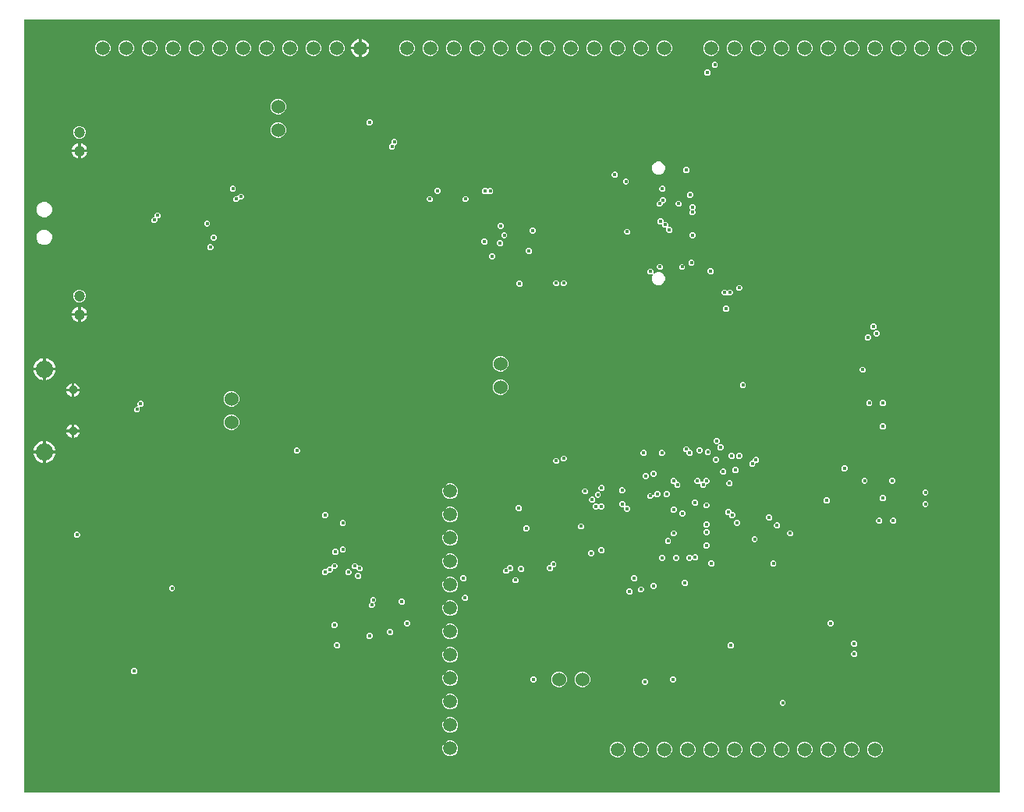
<source format=gbr>
G04 EAGLE Gerber RS-274X export*
G75*
%MOMM*%
%FSLAX34Y34*%
%LPD*%
%INCopper Layer 15*%
%IPPOS*%
%AMOC8*
5,1,8,0,0,1.08239X$1,22.5*%
G01*
%ADD10C,0.975000*%
%ADD11C,1.875000*%
%ADD12C,1.200000*%
%ADD13C,1.500000*%
%ADD14C,1.524000*%
%ADD15C,0.406400*%
%ADD16C,0.553200*%

G36*
X1062048Y3814D02*
X1062048Y3814D01*
X1062067Y3812D01*
X1062169Y3834D01*
X1062271Y3850D01*
X1062288Y3860D01*
X1062308Y3864D01*
X1062397Y3917D01*
X1062488Y3966D01*
X1062502Y3980D01*
X1062519Y3990D01*
X1062586Y4069D01*
X1062658Y4144D01*
X1062666Y4162D01*
X1062679Y4177D01*
X1062718Y4273D01*
X1062761Y4367D01*
X1062763Y4387D01*
X1062771Y4405D01*
X1062789Y4572D01*
X1062789Y843028D01*
X1062786Y843048D01*
X1062788Y843067D01*
X1062766Y843169D01*
X1062750Y843271D01*
X1062740Y843288D01*
X1062736Y843308D01*
X1062683Y843397D01*
X1062634Y843488D01*
X1062620Y843502D01*
X1062610Y843519D01*
X1062531Y843586D01*
X1062456Y843658D01*
X1062438Y843666D01*
X1062423Y843679D01*
X1062327Y843718D01*
X1062233Y843761D01*
X1062213Y843763D01*
X1062195Y843771D01*
X1062028Y843789D01*
X4572Y843789D01*
X4552Y843786D01*
X4533Y843788D01*
X4431Y843766D01*
X4329Y843750D01*
X4312Y843740D01*
X4292Y843736D01*
X4203Y843683D01*
X4112Y843634D01*
X4098Y843620D01*
X4081Y843610D01*
X4014Y843531D01*
X3942Y843456D01*
X3934Y843438D01*
X3921Y843423D01*
X3882Y843327D01*
X3839Y843233D01*
X3837Y843213D01*
X3829Y843195D01*
X3811Y843028D01*
X3811Y4572D01*
X3814Y4552D01*
X3812Y4533D01*
X3834Y4431D01*
X3850Y4329D01*
X3860Y4312D01*
X3864Y4292D01*
X3917Y4203D01*
X3966Y4112D01*
X3980Y4098D01*
X3990Y4081D01*
X4069Y4014D01*
X4144Y3942D01*
X4162Y3934D01*
X4177Y3921D01*
X4273Y3882D01*
X4367Y3839D01*
X4387Y3837D01*
X4405Y3829D01*
X4572Y3811D01*
X1062028Y3811D01*
X1062048Y3814D01*
G37*
%LPC*%
G36*
X582507Y118490D02*
X582507Y118490D01*
X579380Y119786D01*
X576986Y122180D01*
X575690Y125307D01*
X575690Y128693D01*
X576986Y131820D01*
X579380Y134214D01*
X582507Y135510D01*
X585893Y135510D01*
X589020Y134214D01*
X591414Y131820D01*
X592710Y128693D01*
X592710Y125307D01*
X591414Y122180D01*
X589020Y119786D01*
X585893Y118490D01*
X582507Y118490D01*
G37*
%LPD*%
%LPC*%
G36*
X519007Y435990D02*
X519007Y435990D01*
X515880Y437286D01*
X513486Y439680D01*
X512190Y442807D01*
X512190Y446193D01*
X513486Y449320D01*
X515880Y451714D01*
X519007Y453010D01*
X522393Y453010D01*
X525520Y451714D01*
X527914Y449320D01*
X529210Y446193D01*
X529210Y442807D01*
X527914Y439680D01*
X525520Y437286D01*
X522393Y435990D01*
X519007Y435990D01*
G37*
%LPD*%
%LPC*%
G36*
X277707Y740790D02*
X277707Y740790D01*
X274580Y742086D01*
X272186Y744480D01*
X270890Y747607D01*
X270890Y750993D01*
X272186Y754120D01*
X274580Y756514D01*
X277707Y757810D01*
X281093Y757810D01*
X284220Y756514D01*
X286614Y754120D01*
X287910Y750993D01*
X287910Y747607D01*
X286614Y744480D01*
X284220Y742086D01*
X281093Y740790D01*
X277707Y740790D01*
G37*
%LPD*%
%LPC*%
G36*
X519007Y461390D02*
X519007Y461390D01*
X515880Y462686D01*
X513486Y465080D01*
X512190Y468207D01*
X512190Y471593D01*
X513486Y474720D01*
X515880Y477114D01*
X519007Y478410D01*
X522393Y478410D01*
X525520Y477114D01*
X527914Y474720D01*
X529210Y471593D01*
X529210Y468207D01*
X527914Y465080D01*
X525520Y462686D01*
X522393Y461390D01*
X519007Y461390D01*
G37*
%LPD*%
%LPC*%
G36*
X277707Y715390D02*
X277707Y715390D01*
X274580Y716686D01*
X272186Y719080D01*
X270890Y722207D01*
X270890Y725593D01*
X272186Y728720D01*
X274580Y731114D01*
X277707Y732410D01*
X281093Y732410D01*
X284220Y731114D01*
X286614Y728720D01*
X287910Y725593D01*
X287910Y722207D01*
X286614Y719080D01*
X284220Y716686D01*
X281093Y715390D01*
X277707Y715390D01*
G37*
%LPD*%
%LPC*%
G36*
X226907Y397890D02*
X226907Y397890D01*
X223780Y399186D01*
X221386Y401580D01*
X220090Y404707D01*
X220090Y408093D01*
X221386Y411220D01*
X223780Y413614D01*
X226907Y414910D01*
X230293Y414910D01*
X233420Y413614D01*
X235814Y411220D01*
X237110Y408093D01*
X237110Y404707D01*
X235814Y401580D01*
X233420Y399186D01*
X230293Y397890D01*
X226907Y397890D01*
G37*
%LPD*%
%LPC*%
G36*
X607907Y118490D02*
X607907Y118490D01*
X604780Y119786D01*
X602386Y122180D01*
X601090Y125307D01*
X601090Y128693D01*
X602386Y131820D01*
X604780Y134214D01*
X607907Y135510D01*
X611293Y135510D01*
X614420Y134214D01*
X616814Y131820D01*
X618110Y128693D01*
X618110Y125307D01*
X616814Y122180D01*
X614420Y119786D01*
X611293Y118490D01*
X607907Y118490D01*
G37*
%LPD*%
%LPC*%
G36*
X226907Y423290D02*
X226907Y423290D01*
X223780Y424586D01*
X221386Y426980D01*
X220090Y430107D01*
X220090Y433493D01*
X221386Y436620D01*
X223780Y439014D01*
X226907Y440310D01*
X230293Y440310D01*
X233420Y439014D01*
X235814Y436620D01*
X237110Y433493D01*
X237110Y430107D01*
X235814Y426980D01*
X233420Y424586D01*
X230293Y423290D01*
X226907Y423290D01*
G37*
%LPD*%
%LPC*%
G36*
X646031Y42410D02*
X646031Y42410D01*
X642948Y43688D01*
X640588Y46048D01*
X639310Y49131D01*
X639310Y52469D01*
X640588Y55552D01*
X642948Y57912D01*
X646031Y59190D01*
X649369Y59190D01*
X652452Y57912D01*
X654812Y55552D01*
X656090Y52469D01*
X656090Y49131D01*
X654812Y46048D01*
X652452Y43688D01*
X649369Y42410D01*
X646031Y42410D01*
G37*
%LPD*%
%LPC*%
G36*
X925431Y42410D02*
X925431Y42410D01*
X922348Y43688D01*
X919988Y46048D01*
X918710Y49131D01*
X918710Y52469D01*
X919988Y55552D01*
X922348Y57912D01*
X925431Y59190D01*
X928769Y59190D01*
X931852Y57912D01*
X934212Y55552D01*
X935490Y52469D01*
X935490Y49131D01*
X934212Y46048D01*
X931852Y43688D01*
X928769Y42410D01*
X925431Y42410D01*
G37*
%LPD*%
%LPC*%
G36*
X138031Y804410D02*
X138031Y804410D01*
X134948Y805688D01*
X132588Y808048D01*
X131310Y811131D01*
X131310Y814469D01*
X132588Y817552D01*
X134948Y819912D01*
X138031Y821190D01*
X141369Y821190D01*
X144452Y819912D01*
X146812Y817552D01*
X148090Y814469D01*
X148090Y811131D01*
X146812Y808048D01*
X144452Y805688D01*
X141369Y804410D01*
X138031Y804410D01*
G37*
%LPD*%
%LPC*%
G36*
X112631Y804410D02*
X112631Y804410D01*
X109548Y805688D01*
X107188Y808048D01*
X105910Y811131D01*
X105910Y814469D01*
X107188Y817552D01*
X109548Y819912D01*
X112631Y821190D01*
X115969Y821190D01*
X119052Y819912D01*
X121412Y817552D01*
X122690Y814469D01*
X122690Y811131D01*
X121412Y808048D01*
X119052Y805688D01*
X115969Y804410D01*
X112631Y804410D01*
G37*
%LPD*%
%LPC*%
G36*
X1027031Y804410D02*
X1027031Y804410D01*
X1023948Y805688D01*
X1021588Y808048D01*
X1020310Y811131D01*
X1020310Y814469D01*
X1021588Y817552D01*
X1023948Y819912D01*
X1027031Y821190D01*
X1030369Y821190D01*
X1033452Y819912D01*
X1035812Y817552D01*
X1037090Y814469D01*
X1037090Y811131D01*
X1035812Y808048D01*
X1033452Y805688D01*
X1030369Y804410D01*
X1027031Y804410D01*
G37*
%LPD*%
%LPC*%
G36*
X1001631Y804410D02*
X1001631Y804410D01*
X998548Y805688D01*
X996188Y808048D01*
X994910Y811131D01*
X994910Y814469D01*
X996188Y817552D01*
X998548Y819912D01*
X1001631Y821190D01*
X1004969Y821190D01*
X1008052Y819912D01*
X1010412Y817552D01*
X1011690Y814469D01*
X1011690Y811131D01*
X1010412Y808048D01*
X1008052Y805688D01*
X1004969Y804410D01*
X1001631Y804410D01*
G37*
%LPD*%
%LPC*%
G36*
X976231Y804410D02*
X976231Y804410D01*
X973148Y805688D01*
X970788Y808048D01*
X969510Y811131D01*
X969510Y814469D01*
X970788Y817552D01*
X973148Y819912D01*
X976231Y821190D01*
X979569Y821190D01*
X982652Y819912D01*
X985012Y817552D01*
X986290Y814469D01*
X986290Y811131D01*
X985012Y808048D01*
X982652Y805688D01*
X979569Y804410D01*
X976231Y804410D01*
G37*
%LPD*%
%LPC*%
G36*
X950831Y804410D02*
X950831Y804410D01*
X947748Y805688D01*
X945388Y808048D01*
X944110Y811131D01*
X944110Y814469D01*
X945388Y817552D01*
X947748Y819912D01*
X950831Y821190D01*
X954169Y821190D01*
X957252Y819912D01*
X959612Y817552D01*
X960890Y814469D01*
X960890Y811131D01*
X959612Y808048D01*
X957252Y805688D01*
X954169Y804410D01*
X950831Y804410D01*
G37*
%LPD*%
%LPC*%
G36*
X925431Y804410D02*
X925431Y804410D01*
X922348Y805688D01*
X919988Y808048D01*
X918710Y811131D01*
X918710Y814469D01*
X919988Y817552D01*
X922348Y819912D01*
X925431Y821190D01*
X928769Y821190D01*
X931852Y819912D01*
X934212Y817552D01*
X935490Y814469D01*
X935490Y811131D01*
X934212Y808048D01*
X931852Y805688D01*
X928769Y804410D01*
X925431Y804410D01*
G37*
%LPD*%
%LPC*%
G36*
X900031Y804410D02*
X900031Y804410D01*
X896948Y805688D01*
X894588Y808048D01*
X893310Y811131D01*
X893310Y814469D01*
X894588Y817552D01*
X896948Y819912D01*
X900031Y821190D01*
X903369Y821190D01*
X906452Y819912D01*
X908812Y817552D01*
X910090Y814469D01*
X910090Y811131D01*
X908812Y808048D01*
X906452Y805688D01*
X903369Y804410D01*
X900031Y804410D01*
G37*
%LPD*%
%LPC*%
G36*
X874631Y804410D02*
X874631Y804410D01*
X871548Y805688D01*
X869188Y808048D01*
X867910Y811131D01*
X867910Y814469D01*
X869188Y817552D01*
X871548Y819912D01*
X874631Y821190D01*
X877969Y821190D01*
X881052Y819912D01*
X883412Y817552D01*
X884690Y814469D01*
X884690Y811131D01*
X883412Y808048D01*
X881052Y805688D01*
X877969Y804410D01*
X874631Y804410D01*
G37*
%LPD*%
%LPC*%
G36*
X849231Y804410D02*
X849231Y804410D01*
X846148Y805688D01*
X843788Y808048D01*
X842510Y811131D01*
X842510Y814469D01*
X843788Y817552D01*
X846148Y819912D01*
X849231Y821190D01*
X852569Y821190D01*
X855652Y819912D01*
X858012Y817552D01*
X859290Y814469D01*
X859290Y811131D01*
X858012Y808048D01*
X855652Y805688D01*
X852569Y804410D01*
X849231Y804410D01*
G37*
%LPD*%
%LPC*%
G36*
X823831Y804410D02*
X823831Y804410D01*
X820748Y805688D01*
X818388Y808048D01*
X817110Y811131D01*
X817110Y814469D01*
X818388Y817552D01*
X820748Y819912D01*
X823831Y821190D01*
X827169Y821190D01*
X830252Y819912D01*
X832612Y817552D01*
X833890Y814469D01*
X833890Y811131D01*
X832612Y808048D01*
X830252Y805688D01*
X827169Y804410D01*
X823831Y804410D01*
G37*
%LPD*%
%LPC*%
G36*
X798431Y804410D02*
X798431Y804410D01*
X795348Y805688D01*
X792988Y808048D01*
X791710Y811131D01*
X791710Y814469D01*
X792988Y817552D01*
X795348Y819912D01*
X798431Y821190D01*
X801769Y821190D01*
X804852Y819912D01*
X807212Y817552D01*
X808490Y814469D01*
X808490Y811131D01*
X807212Y808048D01*
X804852Y805688D01*
X801769Y804410D01*
X798431Y804410D01*
G37*
%LPD*%
%LPC*%
G36*
X773031Y804410D02*
X773031Y804410D01*
X769948Y805688D01*
X767588Y808048D01*
X766310Y811131D01*
X766310Y814469D01*
X767588Y817552D01*
X769948Y819912D01*
X773031Y821190D01*
X776369Y821190D01*
X779452Y819912D01*
X781812Y817552D01*
X783090Y814469D01*
X783090Y811131D01*
X781812Y808048D01*
X779452Y805688D01*
X776369Y804410D01*
X773031Y804410D01*
G37*
%LPD*%
%LPC*%
G36*
X747631Y804410D02*
X747631Y804410D01*
X744548Y805688D01*
X742188Y808048D01*
X740910Y811131D01*
X740910Y814469D01*
X742188Y817552D01*
X744548Y819912D01*
X747631Y821190D01*
X750969Y821190D01*
X754052Y819912D01*
X756412Y817552D01*
X757690Y814469D01*
X757690Y811131D01*
X756412Y808048D01*
X754052Y805688D01*
X750969Y804410D01*
X747631Y804410D01*
G37*
%LPD*%
%LPC*%
G36*
X696831Y804410D02*
X696831Y804410D01*
X693748Y805688D01*
X691388Y808048D01*
X690110Y811131D01*
X690110Y814469D01*
X691388Y817552D01*
X693748Y819912D01*
X696831Y821190D01*
X700169Y821190D01*
X703252Y819912D01*
X705612Y817552D01*
X706890Y814469D01*
X706890Y811131D01*
X705612Y808048D01*
X703252Y805688D01*
X700169Y804410D01*
X696831Y804410D01*
G37*
%LPD*%
%LPC*%
G36*
X671431Y804410D02*
X671431Y804410D01*
X668348Y805688D01*
X665988Y808048D01*
X664710Y811131D01*
X664710Y814469D01*
X665988Y817552D01*
X668348Y819912D01*
X671431Y821190D01*
X674769Y821190D01*
X677852Y819912D01*
X680212Y817552D01*
X681490Y814469D01*
X681490Y811131D01*
X680212Y808048D01*
X677852Y805688D01*
X674769Y804410D01*
X671431Y804410D01*
G37*
%LPD*%
%LPC*%
G36*
X646031Y804410D02*
X646031Y804410D01*
X642948Y805688D01*
X640588Y808048D01*
X639310Y811131D01*
X639310Y814469D01*
X640588Y817552D01*
X642948Y819912D01*
X646031Y821190D01*
X649369Y821190D01*
X652452Y819912D01*
X654812Y817552D01*
X656090Y814469D01*
X656090Y811131D01*
X654812Y808048D01*
X652452Y805688D01*
X649369Y804410D01*
X646031Y804410D01*
G37*
%LPD*%
%LPC*%
G36*
X620631Y804410D02*
X620631Y804410D01*
X617548Y805688D01*
X615188Y808048D01*
X613910Y811131D01*
X613910Y814469D01*
X615188Y817552D01*
X617548Y819912D01*
X620631Y821190D01*
X623969Y821190D01*
X627052Y819912D01*
X629412Y817552D01*
X630690Y814469D01*
X630690Y811131D01*
X629412Y808048D01*
X627052Y805688D01*
X623969Y804410D01*
X620631Y804410D01*
G37*
%LPD*%
%LPC*%
G36*
X595231Y804410D02*
X595231Y804410D01*
X592148Y805688D01*
X589788Y808048D01*
X588510Y811131D01*
X588510Y814469D01*
X589788Y817552D01*
X592148Y819912D01*
X595231Y821190D01*
X598569Y821190D01*
X601652Y819912D01*
X604012Y817552D01*
X605290Y814469D01*
X605290Y811131D01*
X604012Y808048D01*
X601652Y805688D01*
X598569Y804410D01*
X595231Y804410D01*
G37*
%LPD*%
%LPC*%
G36*
X569831Y804410D02*
X569831Y804410D01*
X566748Y805688D01*
X564388Y808048D01*
X563110Y811131D01*
X563110Y814469D01*
X564388Y817552D01*
X566748Y819912D01*
X569831Y821190D01*
X573169Y821190D01*
X576252Y819912D01*
X578612Y817552D01*
X579890Y814469D01*
X579890Y811131D01*
X578612Y808048D01*
X576252Y805688D01*
X573169Y804410D01*
X569831Y804410D01*
G37*
%LPD*%
%LPC*%
G36*
X544431Y804410D02*
X544431Y804410D01*
X541348Y805688D01*
X538988Y808048D01*
X537710Y811131D01*
X537710Y814469D01*
X538988Y817552D01*
X541348Y819912D01*
X544431Y821190D01*
X547769Y821190D01*
X550852Y819912D01*
X553212Y817552D01*
X554490Y814469D01*
X554490Y811131D01*
X553212Y808048D01*
X550852Y805688D01*
X547769Y804410D01*
X544431Y804410D01*
G37*
%LPD*%
%LPC*%
G36*
X519031Y804410D02*
X519031Y804410D01*
X515948Y805688D01*
X513588Y808048D01*
X512310Y811131D01*
X512310Y814469D01*
X513588Y817552D01*
X515948Y819912D01*
X519031Y821190D01*
X522369Y821190D01*
X525452Y819912D01*
X527812Y817552D01*
X529090Y814469D01*
X529090Y811131D01*
X527812Y808048D01*
X525452Y805688D01*
X522369Y804410D01*
X519031Y804410D01*
G37*
%LPD*%
%LPC*%
G36*
X493631Y804410D02*
X493631Y804410D01*
X490548Y805688D01*
X488188Y808048D01*
X486910Y811131D01*
X486910Y814469D01*
X488188Y817552D01*
X490548Y819912D01*
X493631Y821190D01*
X496969Y821190D01*
X500052Y819912D01*
X502412Y817552D01*
X503690Y814469D01*
X503690Y811131D01*
X502412Y808048D01*
X500052Y805688D01*
X496969Y804410D01*
X493631Y804410D01*
G37*
%LPD*%
%LPC*%
G36*
X468231Y804410D02*
X468231Y804410D01*
X465148Y805688D01*
X462788Y808048D01*
X461510Y811131D01*
X461510Y814469D01*
X462788Y817552D01*
X465148Y819912D01*
X468231Y821190D01*
X471569Y821190D01*
X474652Y819912D01*
X477012Y817552D01*
X478290Y814469D01*
X478290Y811131D01*
X477012Y808048D01*
X474652Y805688D01*
X471569Y804410D01*
X468231Y804410D01*
G37*
%LPD*%
%LPC*%
G36*
X442831Y804410D02*
X442831Y804410D01*
X439748Y805688D01*
X437388Y808048D01*
X436110Y811131D01*
X436110Y814469D01*
X437388Y817552D01*
X439748Y819912D01*
X442831Y821190D01*
X446169Y821190D01*
X449252Y819912D01*
X451612Y817552D01*
X452890Y814469D01*
X452890Y811131D01*
X451612Y808048D01*
X449252Y805688D01*
X446169Y804410D01*
X442831Y804410D01*
G37*
%LPD*%
%LPC*%
G36*
X417431Y804410D02*
X417431Y804410D01*
X414348Y805688D01*
X411988Y808048D01*
X410710Y811131D01*
X410710Y814469D01*
X411988Y817552D01*
X414348Y819912D01*
X417431Y821190D01*
X420769Y821190D01*
X423852Y819912D01*
X426212Y817552D01*
X427490Y814469D01*
X427490Y811131D01*
X426212Y808048D01*
X423852Y805688D01*
X420769Y804410D01*
X417431Y804410D01*
G37*
%LPD*%
%LPC*%
G36*
X341231Y804410D02*
X341231Y804410D01*
X338148Y805688D01*
X335788Y808048D01*
X334510Y811131D01*
X334510Y814469D01*
X335788Y817552D01*
X338148Y819912D01*
X341231Y821190D01*
X344569Y821190D01*
X347652Y819912D01*
X350012Y817552D01*
X351290Y814469D01*
X351290Y811131D01*
X350012Y808048D01*
X347652Y805688D01*
X344569Y804410D01*
X341231Y804410D01*
G37*
%LPD*%
%LPC*%
G36*
X315831Y804410D02*
X315831Y804410D01*
X312748Y805688D01*
X310388Y808048D01*
X309110Y811131D01*
X309110Y814469D01*
X310388Y817552D01*
X312748Y819912D01*
X315831Y821190D01*
X319169Y821190D01*
X322252Y819912D01*
X324612Y817552D01*
X325890Y814469D01*
X325890Y811131D01*
X324612Y808048D01*
X322252Y805688D01*
X319169Y804410D01*
X315831Y804410D01*
G37*
%LPD*%
%LPC*%
G36*
X290431Y804410D02*
X290431Y804410D01*
X287348Y805688D01*
X284988Y808048D01*
X283710Y811131D01*
X283710Y814469D01*
X284988Y817552D01*
X287348Y819912D01*
X290431Y821190D01*
X293769Y821190D01*
X296852Y819912D01*
X299212Y817552D01*
X300490Y814469D01*
X300490Y811131D01*
X299212Y808048D01*
X296852Y805688D01*
X293769Y804410D01*
X290431Y804410D01*
G37*
%LPD*%
%LPC*%
G36*
X265031Y804410D02*
X265031Y804410D01*
X261948Y805688D01*
X259588Y808048D01*
X258310Y811131D01*
X258310Y814469D01*
X259588Y817552D01*
X261948Y819912D01*
X265031Y821190D01*
X268369Y821190D01*
X271452Y819912D01*
X273812Y817552D01*
X275090Y814469D01*
X275090Y811131D01*
X273812Y808048D01*
X271452Y805688D01*
X268369Y804410D01*
X265031Y804410D01*
G37*
%LPD*%
%LPC*%
G36*
X239631Y804410D02*
X239631Y804410D01*
X236548Y805688D01*
X234188Y808048D01*
X232910Y811131D01*
X232910Y814469D01*
X234188Y817552D01*
X236548Y819912D01*
X239631Y821190D01*
X242969Y821190D01*
X246052Y819912D01*
X248412Y817552D01*
X249690Y814469D01*
X249690Y811131D01*
X248412Y808048D01*
X246052Y805688D01*
X242969Y804410D01*
X239631Y804410D01*
G37*
%LPD*%
%LPC*%
G36*
X214231Y804410D02*
X214231Y804410D01*
X211148Y805688D01*
X208788Y808048D01*
X207510Y811131D01*
X207510Y814469D01*
X208788Y817552D01*
X211148Y819912D01*
X214231Y821190D01*
X217569Y821190D01*
X220652Y819912D01*
X223012Y817552D01*
X224290Y814469D01*
X224290Y811131D01*
X223012Y808048D01*
X220652Y805688D01*
X217569Y804410D01*
X214231Y804410D01*
G37*
%LPD*%
%LPC*%
G36*
X188831Y804410D02*
X188831Y804410D01*
X185748Y805688D01*
X183388Y808048D01*
X182110Y811131D01*
X182110Y814469D01*
X183388Y817552D01*
X185748Y819912D01*
X188831Y821190D01*
X192169Y821190D01*
X195252Y819912D01*
X197612Y817552D01*
X198890Y814469D01*
X198890Y811131D01*
X197612Y808048D01*
X195252Y805688D01*
X192169Y804410D01*
X188831Y804410D01*
G37*
%LPD*%
%LPC*%
G36*
X163431Y804410D02*
X163431Y804410D01*
X160348Y805688D01*
X157988Y808048D01*
X156710Y811131D01*
X156710Y814469D01*
X157988Y817552D01*
X160348Y819912D01*
X163431Y821190D01*
X166769Y821190D01*
X169852Y819912D01*
X172212Y817552D01*
X173490Y814469D01*
X173490Y811131D01*
X172212Y808048D01*
X169852Y805688D01*
X166769Y804410D01*
X163431Y804410D01*
G37*
%LPD*%
%LPC*%
G36*
X87231Y804410D02*
X87231Y804410D01*
X84148Y805688D01*
X81788Y808048D01*
X80510Y811131D01*
X80510Y814469D01*
X81788Y817552D01*
X84148Y819912D01*
X87231Y821190D01*
X90569Y821190D01*
X93652Y819912D01*
X96012Y817552D01*
X97290Y814469D01*
X97290Y811131D01*
X96012Y808048D01*
X93652Y805688D01*
X90569Y804410D01*
X87231Y804410D01*
G37*
%LPD*%
%LPC*%
G36*
X900031Y42410D02*
X900031Y42410D01*
X896948Y43688D01*
X894588Y46048D01*
X893310Y49131D01*
X893310Y52469D01*
X894588Y55552D01*
X896948Y57912D01*
X900031Y59190D01*
X903369Y59190D01*
X906452Y57912D01*
X908812Y55552D01*
X910090Y52469D01*
X910090Y49131D01*
X908812Y46048D01*
X906452Y43688D01*
X903369Y42410D01*
X900031Y42410D01*
G37*
%LPD*%
%LPC*%
G36*
X874631Y42410D02*
X874631Y42410D01*
X871548Y43688D01*
X869188Y46048D01*
X867910Y49131D01*
X867910Y52469D01*
X869188Y55552D01*
X871548Y57912D01*
X874631Y59190D01*
X877969Y59190D01*
X881052Y57912D01*
X883412Y55552D01*
X884690Y52469D01*
X884690Y49131D01*
X883412Y46048D01*
X881052Y43688D01*
X877969Y42410D01*
X874631Y42410D01*
G37*
%LPD*%
%LPC*%
G36*
X849231Y42410D02*
X849231Y42410D01*
X846148Y43688D01*
X843788Y46048D01*
X842510Y49131D01*
X842510Y52469D01*
X843788Y55552D01*
X846148Y57912D01*
X849231Y59190D01*
X852569Y59190D01*
X855652Y57912D01*
X858012Y55552D01*
X859290Y52469D01*
X859290Y49131D01*
X858012Y46048D01*
X855652Y43688D01*
X852569Y42410D01*
X849231Y42410D01*
G37*
%LPD*%
%LPC*%
G36*
X823831Y42410D02*
X823831Y42410D01*
X820748Y43688D01*
X818388Y46048D01*
X817110Y49131D01*
X817110Y52469D01*
X818388Y55552D01*
X820748Y57912D01*
X823831Y59190D01*
X827169Y59190D01*
X830252Y57912D01*
X832612Y55552D01*
X833890Y52469D01*
X833890Y49131D01*
X832612Y46048D01*
X830252Y43688D01*
X827169Y42410D01*
X823831Y42410D01*
G37*
%LPD*%
%LPC*%
G36*
X798431Y42410D02*
X798431Y42410D01*
X795348Y43688D01*
X792988Y46048D01*
X791710Y49131D01*
X791710Y52469D01*
X792988Y55552D01*
X795348Y57912D01*
X798431Y59190D01*
X801769Y59190D01*
X804852Y57912D01*
X807212Y55552D01*
X808490Y52469D01*
X808490Y49131D01*
X807212Y46048D01*
X804852Y43688D01*
X801769Y42410D01*
X798431Y42410D01*
G37*
%LPD*%
%LPC*%
G36*
X773031Y42410D02*
X773031Y42410D01*
X769948Y43688D01*
X767588Y46048D01*
X766310Y49131D01*
X766310Y52469D01*
X767588Y55552D01*
X769948Y57912D01*
X773031Y59190D01*
X776369Y59190D01*
X779452Y57912D01*
X781812Y55552D01*
X783090Y52469D01*
X783090Y49131D01*
X781812Y46048D01*
X779452Y43688D01*
X776369Y42410D01*
X773031Y42410D01*
G37*
%LPD*%
%LPC*%
G36*
X747631Y42410D02*
X747631Y42410D01*
X744548Y43688D01*
X742188Y46048D01*
X740910Y49131D01*
X740910Y52469D01*
X742188Y55552D01*
X744548Y57912D01*
X747631Y59190D01*
X750969Y59190D01*
X754052Y57912D01*
X756412Y55552D01*
X757690Y52469D01*
X757690Y49131D01*
X756412Y46048D01*
X754052Y43688D01*
X750969Y42410D01*
X747631Y42410D01*
G37*
%LPD*%
%LPC*%
G36*
X464421Y246880D02*
X464421Y246880D01*
X461338Y248158D01*
X458978Y250518D01*
X457700Y253601D01*
X457700Y256939D01*
X458978Y260022D01*
X461338Y262382D01*
X464421Y263660D01*
X467759Y263660D01*
X470842Y262382D01*
X473202Y260022D01*
X474480Y256939D01*
X474480Y253601D01*
X473202Y250518D01*
X470842Y248158D01*
X467759Y246880D01*
X464421Y246880D01*
G37*
%LPD*%
%LPC*%
G36*
X696831Y42410D02*
X696831Y42410D01*
X693748Y43688D01*
X691388Y46048D01*
X690110Y49131D01*
X690110Y52469D01*
X691388Y55552D01*
X693748Y57912D01*
X696831Y59190D01*
X700169Y59190D01*
X703252Y57912D01*
X705612Y55552D01*
X706890Y52469D01*
X706890Y49131D01*
X705612Y46048D01*
X703252Y43688D01*
X700169Y42410D01*
X696831Y42410D01*
G37*
%LPD*%
%LPC*%
G36*
X464421Y272280D02*
X464421Y272280D01*
X461338Y273558D01*
X458978Y275918D01*
X457700Y279001D01*
X457700Y282339D01*
X458978Y285422D01*
X461338Y287782D01*
X464421Y289060D01*
X467759Y289060D01*
X470842Y287782D01*
X473202Y285422D01*
X474480Y282339D01*
X474480Y279001D01*
X473202Y275918D01*
X470842Y273558D01*
X467759Y272280D01*
X464421Y272280D01*
G37*
%LPD*%
%LPC*%
G36*
X722231Y42410D02*
X722231Y42410D01*
X719148Y43688D01*
X716788Y46048D01*
X715510Y49131D01*
X715510Y52469D01*
X716788Y55552D01*
X719148Y57912D01*
X722231Y59190D01*
X725569Y59190D01*
X728652Y57912D01*
X731012Y55552D01*
X732290Y52469D01*
X732290Y49131D01*
X731012Y46048D01*
X728652Y43688D01*
X725569Y42410D01*
X722231Y42410D01*
G37*
%LPD*%
%LPC*%
G36*
X464421Y297680D02*
X464421Y297680D01*
X461338Y298958D01*
X458978Y301318D01*
X457700Y304401D01*
X457700Y307739D01*
X458978Y310822D01*
X461338Y313182D01*
X464421Y314460D01*
X467759Y314460D01*
X470842Y313182D01*
X473202Y310822D01*
X474480Y307739D01*
X474480Y304401D01*
X473202Y301318D01*
X470842Y298958D01*
X467759Y297680D01*
X464421Y297680D01*
G37*
%LPD*%
%LPC*%
G36*
X464421Y323080D02*
X464421Y323080D01*
X461338Y324358D01*
X458978Y326718D01*
X457700Y329801D01*
X457700Y333139D01*
X458978Y336222D01*
X461338Y338582D01*
X464421Y339860D01*
X467759Y339860D01*
X470842Y338582D01*
X473202Y336222D01*
X474480Y333139D01*
X474480Y329801D01*
X473202Y326718D01*
X470842Y324358D01*
X467759Y323080D01*
X464421Y323080D01*
G37*
%LPD*%
%LPC*%
G36*
X464421Y221480D02*
X464421Y221480D01*
X461338Y222758D01*
X458978Y225118D01*
X457700Y228201D01*
X457700Y231539D01*
X458978Y234622D01*
X461338Y236982D01*
X464421Y238260D01*
X467759Y238260D01*
X470842Y236982D01*
X473202Y234622D01*
X474480Y231539D01*
X474480Y228201D01*
X473202Y225118D01*
X470842Y222758D01*
X467759Y221480D01*
X464421Y221480D01*
G37*
%LPD*%
%LPC*%
G36*
X464421Y196080D02*
X464421Y196080D01*
X461338Y197358D01*
X458978Y199718D01*
X457700Y202801D01*
X457700Y206139D01*
X458978Y209222D01*
X461338Y211582D01*
X464421Y212860D01*
X467759Y212860D01*
X470842Y211582D01*
X473202Y209222D01*
X474480Y206139D01*
X474480Y202801D01*
X473202Y199718D01*
X470842Y197358D01*
X467759Y196080D01*
X464421Y196080D01*
G37*
%LPD*%
%LPC*%
G36*
X464421Y170680D02*
X464421Y170680D01*
X461338Y171958D01*
X458978Y174318D01*
X457700Y177401D01*
X457700Y180739D01*
X458978Y183822D01*
X461338Y186182D01*
X464421Y187460D01*
X467759Y187460D01*
X470842Y186182D01*
X473202Y183822D01*
X474480Y180739D01*
X474480Y177401D01*
X473202Y174318D01*
X470842Y171958D01*
X467759Y170680D01*
X464421Y170680D01*
G37*
%LPD*%
%LPC*%
G36*
X464421Y145280D02*
X464421Y145280D01*
X461338Y146558D01*
X458978Y148918D01*
X457700Y152001D01*
X457700Y155339D01*
X458978Y158422D01*
X461338Y160782D01*
X464421Y162060D01*
X467759Y162060D01*
X470842Y160782D01*
X473202Y158422D01*
X474480Y155339D01*
X474480Y152001D01*
X473202Y148918D01*
X470842Y146558D01*
X467759Y145280D01*
X464421Y145280D01*
G37*
%LPD*%
%LPC*%
G36*
X464421Y119880D02*
X464421Y119880D01*
X461338Y121158D01*
X458978Y123518D01*
X457700Y126601D01*
X457700Y129939D01*
X458978Y133022D01*
X461338Y135382D01*
X464421Y136660D01*
X467759Y136660D01*
X470842Y135382D01*
X473202Y133022D01*
X474480Y129939D01*
X474480Y126601D01*
X473202Y123518D01*
X470842Y121158D01*
X467759Y119880D01*
X464421Y119880D01*
G37*
%LPD*%
%LPC*%
G36*
X464421Y94480D02*
X464421Y94480D01*
X461338Y95758D01*
X458978Y98118D01*
X457700Y101201D01*
X457700Y104539D01*
X458978Y107622D01*
X461338Y109982D01*
X464421Y111260D01*
X467759Y111260D01*
X470842Y109982D01*
X473202Y107622D01*
X474480Y104539D01*
X474480Y101201D01*
X473202Y98118D01*
X470842Y95758D01*
X467759Y94480D01*
X464421Y94480D01*
G37*
%LPD*%
%LPC*%
G36*
X464421Y69080D02*
X464421Y69080D01*
X461338Y70358D01*
X458978Y72718D01*
X457700Y75801D01*
X457700Y79139D01*
X458978Y82222D01*
X461338Y84582D01*
X464421Y85860D01*
X467759Y85860D01*
X470842Y84582D01*
X473202Y82222D01*
X474480Y79139D01*
X474480Y75801D01*
X473202Y72718D01*
X470842Y70358D01*
X467759Y69080D01*
X464421Y69080D01*
G37*
%LPD*%
%LPC*%
G36*
X464421Y43680D02*
X464421Y43680D01*
X461338Y44958D01*
X458978Y47318D01*
X457700Y50401D01*
X457700Y53739D01*
X458978Y56822D01*
X461338Y59182D01*
X464421Y60460D01*
X467759Y60460D01*
X470842Y59182D01*
X473202Y56822D01*
X474480Y53739D01*
X474480Y50401D01*
X473202Y47318D01*
X470842Y44958D01*
X467759Y43680D01*
X464421Y43680D01*
G37*
%LPD*%
%LPC*%
G36*
X671431Y42410D02*
X671431Y42410D01*
X668348Y43688D01*
X665988Y46048D01*
X664710Y49131D01*
X664710Y52469D01*
X665988Y55552D01*
X668348Y57912D01*
X671431Y59190D01*
X674769Y59190D01*
X677852Y57912D01*
X680212Y55552D01*
X681490Y52469D01*
X681490Y49131D01*
X680212Y46048D01*
X677852Y43688D01*
X674769Y42410D01*
X671431Y42410D01*
G37*
%LPD*%
%LPC*%
G36*
X23747Y598989D02*
X23747Y598989D01*
X20692Y600255D01*
X18355Y602592D01*
X17089Y605647D01*
X17089Y608953D01*
X18355Y612008D01*
X20692Y614345D01*
X23747Y615611D01*
X27053Y615611D01*
X30108Y614345D01*
X32445Y612008D01*
X33711Y608953D01*
X33711Y605647D01*
X32445Y602592D01*
X30108Y600255D01*
X27053Y598989D01*
X23747Y598989D01*
G37*
%LPD*%
%LPC*%
G36*
X23747Y628989D02*
X23747Y628989D01*
X20692Y630255D01*
X18355Y632592D01*
X17089Y635647D01*
X17089Y638953D01*
X18355Y642008D01*
X20692Y644345D01*
X23747Y645611D01*
X27053Y645611D01*
X30108Y644345D01*
X32445Y642008D01*
X33711Y638953D01*
X33711Y635647D01*
X32445Y632592D01*
X30108Y630255D01*
X27053Y628989D01*
X23747Y628989D01*
G37*
%LPD*%
%LPC*%
G36*
X690796Y555239D02*
X690796Y555239D01*
X688200Y556314D01*
X686214Y558300D01*
X685139Y560896D01*
X685139Y563704D01*
X686136Y566110D01*
X686145Y566149D01*
X686154Y566169D01*
X686159Y566207D01*
X686186Y566297D01*
X686186Y566324D01*
X686192Y566349D01*
X686183Y566446D01*
X686180Y566543D01*
X686171Y566568D01*
X686169Y566594D01*
X686129Y566683D01*
X686096Y566774D01*
X686079Y566795D01*
X686069Y566819D01*
X686003Y566890D01*
X685942Y566966D01*
X685920Y566980D01*
X685902Y567000D01*
X685817Y567047D01*
X685735Y567099D01*
X685710Y567106D01*
X685687Y567118D01*
X685591Y567136D01*
X685496Y567159D01*
X685470Y567157D01*
X685445Y567162D01*
X685348Y567148D01*
X685251Y567140D01*
X685227Y567130D01*
X685201Y567126D01*
X685114Y567082D01*
X685025Y567044D01*
X684999Y567024D01*
X684982Y567015D01*
X684959Y566991D01*
X684947Y566982D01*
X684946Y566981D01*
X684944Y566980D01*
X684894Y566939D01*
X684628Y566673D01*
X681892Y566673D01*
X679957Y568608D01*
X679957Y571344D01*
X681892Y573279D01*
X684628Y573279D01*
X686563Y571344D01*
X686563Y568486D01*
X686574Y568415D01*
X686576Y568343D01*
X686594Y568295D01*
X686602Y568243D01*
X686636Y568180D01*
X686661Y568112D01*
X686693Y568072D01*
X686718Y568026D01*
X686769Y567976D01*
X686814Y567920D01*
X686858Y567892D01*
X686896Y567856D01*
X686961Y567826D01*
X687021Y567787D01*
X687072Y567775D01*
X687119Y567753D01*
X687190Y567745D01*
X687260Y567727D01*
X687312Y567731D01*
X687363Y567726D01*
X687434Y567741D01*
X687505Y567747D01*
X687553Y567767D01*
X687604Y567778D01*
X687665Y567815D01*
X687731Y567843D01*
X687787Y567888D01*
X687815Y567904D01*
X687830Y567922D01*
X687862Y567948D01*
X688200Y568286D01*
X690796Y569361D01*
X693604Y569361D01*
X696200Y568286D01*
X698186Y566300D01*
X699261Y563704D01*
X699261Y560896D01*
X698186Y558300D01*
X696200Y556314D01*
X693604Y555239D01*
X690796Y555239D01*
G37*
%LPD*%
%LPC*%
G36*
X690796Y675239D02*
X690796Y675239D01*
X688200Y676314D01*
X686214Y678300D01*
X685139Y680896D01*
X685139Y683704D01*
X686214Y686300D01*
X688200Y688286D01*
X690796Y689361D01*
X693604Y689361D01*
X696200Y688286D01*
X698186Y686300D01*
X699261Y683704D01*
X699261Y680896D01*
X698186Y678300D01*
X696200Y676314D01*
X693604Y675239D01*
X690796Y675239D01*
G37*
%LPD*%
%LPC*%
G36*
X62130Y536510D02*
X62130Y536510D01*
X59597Y537559D01*
X57659Y539497D01*
X56610Y542030D01*
X56610Y544770D01*
X57659Y547303D01*
X59597Y549241D01*
X62130Y550290D01*
X64870Y550290D01*
X67403Y549241D01*
X69341Y547303D01*
X70390Y544770D01*
X70390Y542030D01*
X69341Y539497D01*
X67403Y537559D01*
X64870Y536510D01*
X62130Y536510D01*
G37*
%LPD*%
%LPC*%
G36*
X62130Y714310D02*
X62130Y714310D01*
X59597Y715359D01*
X57659Y717297D01*
X56610Y719830D01*
X56610Y722570D01*
X57659Y725103D01*
X59597Y727041D01*
X62130Y728090D01*
X64870Y728090D01*
X67403Y727041D01*
X69341Y725103D01*
X70390Y722570D01*
X70390Y719830D01*
X69341Y717297D01*
X67403Y715359D01*
X64870Y714310D01*
X62130Y714310D01*
G37*
%LPD*%
%LPC*%
G36*
X702720Y611885D02*
X702720Y611885D01*
X700785Y613820D01*
X700785Y616712D01*
X700782Y616732D01*
X700784Y616751D01*
X700762Y616853D01*
X700746Y616955D01*
X700736Y616972D01*
X700732Y616992D01*
X700679Y617081D01*
X700630Y617172D01*
X700616Y617186D01*
X700606Y617203D01*
X700527Y617270D01*
X700452Y617342D01*
X700434Y617350D01*
X700419Y617363D01*
X700323Y617402D01*
X700229Y617445D01*
X700209Y617447D01*
X700191Y617455D01*
X700024Y617473D01*
X698148Y617473D01*
X696213Y619408D01*
X696213Y620268D01*
X696210Y620288D01*
X696212Y620307D01*
X696190Y620409D01*
X696174Y620511D01*
X696164Y620528D01*
X696160Y620548D01*
X696107Y620637D01*
X696058Y620728D01*
X696044Y620742D01*
X696034Y620759D01*
X695955Y620826D01*
X695880Y620898D01*
X695862Y620906D01*
X695847Y620919D01*
X695751Y620958D01*
X695657Y621001D01*
X695637Y621003D01*
X695619Y621011D01*
X695452Y621029D01*
X693068Y621029D01*
X691133Y622964D01*
X691133Y625700D01*
X693068Y627635D01*
X695804Y627635D01*
X697739Y625700D01*
X697739Y624840D01*
X697742Y624820D01*
X697740Y624801D01*
X697762Y624699D01*
X697778Y624597D01*
X697788Y624580D01*
X697792Y624560D01*
X697845Y624471D01*
X697894Y624380D01*
X697908Y624366D01*
X697918Y624349D01*
X697997Y624282D01*
X698072Y624210D01*
X698090Y624202D01*
X698105Y624189D01*
X698201Y624150D01*
X698295Y624107D01*
X698315Y624105D01*
X698333Y624097D01*
X698500Y624079D01*
X700884Y624079D01*
X702819Y622144D01*
X702819Y619252D01*
X702822Y619232D01*
X702820Y619213D01*
X702842Y619111D01*
X702858Y619009D01*
X702868Y618992D01*
X702872Y618972D01*
X702925Y618883D01*
X702974Y618792D01*
X702988Y618778D01*
X702998Y618761D01*
X703077Y618694D01*
X703152Y618622D01*
X703170Y618614D01*
X703185Y618601D01*
X703281Y618562D01*
X703375Y618519D01*
X703395Y618517D01*
X703413Y618509D01*
X703580Y618491D01*
X705456Y618491D01*
X707391Y616556D01*
X707391Y613820D01*
X705456Y611885D01*
X702720Y611885D01*
G37*
%LPD*%
%LPC*%
G36*
X622964Y311657D02*
X622964Y311657D01*
X621029Y313592D01*
X621029Y316328D01*
X622171Y317470D01*
X622213Y317528D01*
X622262Y317580D01*
X622284Y317627D01*
X622315Y317669D01*
X622336Y317738D01*
X622366Y317803D01*
X622372Y317855D01*
X622387Y317905D01*
X622385Y317976D01*
X622393Y318047D01*
X622382Y318098D01*
X622381Y318150D01*
X622356Y318218D01*
X622341Y318288D01*
X622314Y318333D01*
X622296Y318381D01*
X622251Y318437D01*
X622214Y318499D01*
X622175Y318533D01*
X622142Y318573D01*
X622082Y318612D01*
X622028Y318659D01*
X621979Y318678D01*
X621935Y318706D01*
X621866Y318724D01*
X621799Y318751D01*
X621728Y318759D01*
X621697Y318767D01*
X621674Y318765D01*
X621633Y318769D01*
X618900Y318769D01*
X616965Y320704D01*
X616965Y323440D01*
X618900Y325375D01*
X621636Y325375D01*
X623571Y323440D01*
X623571Y320704D01*
X622429Y319562D01*
X622387Y319504D01*
X622338Y319452D01*
X622316Y319405D01*
X622285Y319363D01*
X622264Y319294D01*
X622234Y319229D01*
X622228Y319177D01*
X622213Y319127D01*
X622215Y319056D01*
X622207Y318985D01*
X622218Y318934D01*
X622219Y318882D01*
X622244Y318814D01*
X622259Y318744D01*
X622286Y318699D01*
X622304Y318651D01*
X622349Y318595D01*
X622386Y318533D01*
X622425Y318499D01*
X622458Y318459D01*
X622518Y318420D01*
X622572Y318373D01*
X622621Y318354D01*
X622665Y318326D01*
X622734Y318308D01*
X622801Y318281D01*
X622872Y318273D01*
X622903Y318265D01*
X622926Y318267D01*
X622967Y318263D01*
X625700Y318263D01*
X626842Y317121D01*
X626858Y317109D01*
X626870Y317094D01*
X626958Y317038D01*
X627041Y316978D01*
X627060Y316972D01*
X627077Y316961D01*
X627178Y316936D01*
X627277Y316905D01*
X627296Y316906D01*
X627316Y316901D01*
X627419Y316909D01*
X627522Y316912D01*
X627541Y316918D01*
X627561Y316920D01*
X627656Y316960D01*
X627753Y316996D01*
X627769Y317008D01*
X627787Y317016D01*
X627918Y317121D01*
X629060Y318263D01*
X631796Y318263D01*
X633731Y316328D01*
X633731Y313592D01*
X631796Y311657D01*
X629060Y311657D01*
X627918Y312799D01*
X627902Y312811D01*
X627890Y312826D01*
X627802Y312882D01*
X627719Y312942D01*
X627700Y312948D01*
X627683Y312959D01*
X627582Y312984D01*
X627483Y313015D01*
X627464Y313014D01*
X627444Y313019D01*
X627341Y313011D01*
X627238Y313008D01*
X627219Y313002D01*
X627199Y313000D01*
X627104Y312960D01*
X627007Y312924D01*
X626991Y312912D01*
X626973Y312904D01*
X626842Y312799D01*
X625700Y311657D01*
X622964Y311657D01*
G37*
%LPD*%
%LPC*%
G36*
X739296Y335025D02*
X739296Y335025D01*
X737361Y336960D01*
X737361Y338677D01*
X737350Y338747D01*
X737348Y338819D01*
X737330Y338868D01*
X737322Y338919D01*
X737288Y338983D01*
X737263Y339050D01*
X737231Y339091D01*
X737206Y339137D01*
X737155Y339186D01*
X737110Y339242D01*
X737066Y339270D01*
X737028Y339306D01*
X736963Y339336D01*
X736903Y339375D01*
X736852Y339388D01*
X736805Y339410D01*
X736734Y339418D01*
X736664Y339435D01*
X736612Y339431D01*
X736561Y339437D01*
X736490Y339422D01*
X736419Y339416D01*
X736371Y339396D01*
X736320Y339385D01*
X736259Y339348D01*
X736193Y339320D01*
X736137Y339275D01*
X736109Y339258D01*
X736094Y339241D01*
X736062Y339215D01*
X735936Y339089D01*
X733200Y339089D01*
X731265Y341024D01*
X731265Y343760D01*
X733200Y345695D01*
X735936Y345695D01*
X737871Y343760D01*
X737871Y342043D01*
X737882Y341973D01*
X737884Y341901D01*
X737902Y341852D01*
X737910Y341801D01*
X737944Y341737D01*
X737969Y341670D01*
X738001Y341629D01*
X738026Y341583D01*
X738077Y341534D01*
X738122Y341478D01*
X738166Y341450D01*
X738204Y341414D01*
X738269Y341384D01*
X738329Y341345D01*
X738380Y341332D01*
X738427Y341310D01*
X738498Y341302D01*
X738568Y341285D01*
X738620Y341289D01*
X738671Y341283D01*
X738742Y341298D01*
X738813Y341304D01*
X738861Y341324D01*
X738912Y341335D01*
X738973Y341372D01*
X739039Y341400D01*
X739095Y341445D01*
X739123Y341462D01*
X739138Y341479D01*
X739170Y341505D01*
X739296Y341631D01*
X740156Y341631D01*
X740176Y341634D01*
X740195Y341632D01*
X740297Y341654D01*
X740399Y341670D01*
X740416Y341680D01*
X740436Y341684D01*
X740525Y341737D01*
X740616Y341786D01*
X740630Y341800D01*
X740647Y341810D01*
X740714Y341889D01*
X740786Y341964D01*
X740794Y341982D01*
X740807Y341997D01*
X740846Y342093D01*
X740889Y342187D01*
X740891Y342207D01*
X740899Y342225D01*
X740917Y342392D01*
X740917Y343760D01*
X742852Y345695D01*
X745588Y345695D01*
X747523Y343760D01*
X747523Y341024D01*
X745588Y339089D01*
X744728Y339089D01*
X744708Y339086D01*
X744689Y339088D01*
X744587Y339066D01*
X744485Y339050D01*
X744468Y339040D01*
X744448Y339036D01*
X744359Y338983D01*
X744268Y338934D01*
X744254Y338920D01*
X744237Y338910D01*
X744170Y338831D01*
X744098Y338756D01*
X744090Y338738D01*
X744077Y338723D01*
X744038Y338627D01*
X743995Y338533D01*
X743993Y338513D01*
X743985Y338495D01*
X743967Y338328D01*
X743967Y336960D01*
X742032Y335025D01*
X739296Y335025D01*
G37*
%LPD*%
%LPC*%
G36*
X328832Y240029D02*
X328832Y240029D01*
X326897Y241964D01*
X326897Y244700D01*
X328832Y246635D01*
X331216Y246635D01*
X331236Y246638D01*
X331255Y246636D01*
X331357Y246658D01*
X331459Y246674D01*
X331476Y246684D01*
X331496Y246688D01*
X331585Y246741D01*
X331676Y246790D01*
X331690Y246804D01*
X331707Y246814D01*
X331774Y246893D01*
X331846Y246968D01*
X331854Y246986D01*
X331867Y247001D01*
X331906Y247097D01*
X331949Y247191D01*
X331951Y247211D01*
X331954Y247216D01*
X333912Y249175D01*
X336296Y249175D01*
X336316Y249178D01*
X336335Y249176D01*
X336437Y249198D01*
X336539Y249214D01*
X336556Y249224D01*
X336576Y249228D01*
X336665Y249281D01*
X336756Y249330D01*
X336770Y249344D01*
X336787Y249354D01*
X336854Y249433D01*
X336926Y249508D01*
X336934Y249526D01*
X336947Y249541D01*
X336986Y249637D01*
X337029Y249731D01*
X337031Y249751D01*
X337039Y249769D01*
X337057Y249936D01*
X337057Y251304D01*
X338992Y253239D01*
X341728Y253239D01*
X343663Y251304D01*
X343663Y248568D01*
X341728Y246633D01*
X339344Y246633D01*
X339324Y246630D01*
X339305Y246632D01*
X339203Y246610D01*
X339101Y246594D01*
X339084Y246584D01*
X339064Y246580D01*
X338975Y246527D01*
X338884Y246478D01*
X338870Y246464D01*
X338853Y246454D01*
X338786Y246375D01*
X338714Y246300D01*
X338706Y246282D01*
X338693Y246267D01*
X338654Y246171D01*
X338611Y246077D01*
X338609Y246057D01*
X338601Y246039D01*
X338583Y245872D01*
X338583Y244504D01*
X336648Y242569D01*
X334264Y242569D01*
X334244Y242566D01*
X334225Y242568D01*
X334123Y242546D01*
X334021Y242530D01*
X334004Y242520D01*
X333984Y242516D01*
X333895Y242463D01*
X333804Y242414D01*
X333790Y242400D01*
X333773Y242390D01*
X333706Y242311D01*
X333634Y242236D01*
X333626Y242218D01*
X333613Y242203D01*
X333574Y242107D01*
X333531Y242013D01*
X333529Y241993D01*
X333526Y241988D01*
X331568Y240029D01*
X328832Y240029D01*
G37*
%LPD*%
%LPC*%
G36*
X26923Y375623D02*
X26923Y375623D01*
X26923Y385923D01*
X28190Y385722D01*
X29974Y385143D01*
X31645Y384291D01*
X33163Y383189D01*
X34489Y381863D01*
X35591Y380345D01*
X36443Y378674D01*
X37022Y376890D01*
X37223Y375623D01*
X26923Y375623D01*
G37*
%LPD*%
%LPC*%
G36*
X26923Y465623D02*
X26923Y465623D01*
X26923Y475923D01*
X28190Y475722D01*
X29974Y475143D01*
X31645Y474291D01*
X33163Y473189D01*
X34489Y471863D01*
X35591Y470345D01*
X36443Y468674D01*
X37022Y466890D01*
X37223Y465623D01*
X26923Y465623D01*
G37*
%LPD*%
%LPC*%
G36*
X26923Y462577D02*
X26923Y462577D01*
X37223Y462577D01*
X37022Y461310D01*
X36443Y459526D01*
X35591Y457855D01*
X34489Y456337D01*
X33163Y455011D01*
X31645Y453909D01*
X29974Y453057D01*
X28190Y452478D01*
X26923Y452277D01*
X26923Y462577D01*
G37*
%LPD*%
%LPC*%
G36*
X26923Y372577D02*
X26923Y372577D01*
X37223Y372577D01*
X37022Y371310D01*
X36443Y369526D01*
X35591Y367855D01*
X34489Y366337D01*
X33163Y365011D01*
X31645Y363909D01*
X29974Y363057D01*
X28190Y362478D01*
X26923Y362277D01*
X26923Y372577D01*
G37*
%LPD*%
%LPC*%
G36*
X13577Y375623D02*
X13577Y375623D01*
X13778Y376890D01*
X14357Y378674D01*
X15209Y380345D01*
X16311Y381863D01*
X17637Y383189D01*
X19155Y384291D01*
X20826Y385143D01*
X22610Y385722D01*
X23877Y385923D01*
X23877Y375623D01*
X13577Y375623D01*
G37*
%LPD*%
%LPC*%
G36*
X13577Y465623D02*
X13577Y465623D01*
X13778Y466890D01*
X14357Y468674D01*
X15209Y470345D01*
X16311Y471863D01*
X17637Y473189D01*
X19155Y474291D01*
X20826Y475143D01*
X22610Y475722D01*
X23877Y475923D01*
X23877Y465623D01*
X13577Y465623D01*
G37*
%LPD*%
%LPC*%
G36*
X22610Y362478D02*
X22610Y362478D01*
X20826Y363057D01*
X19155Y363909D01*
X17637Y365011D01*
X16311Y366337D01*
X15209Y367855D01*
X14357Y369526D01*
X13778Y371310D01*
X13577Y372577D01*
X23877Y372577D01*
X23877Y362277D01*
X22610Y362478D01*
G37*
%LPD*%
%LPC*%
G36*
X22610Y452478D02*
X22610Y452478D01*
X20826Y453057D01*
X19155Y453909D01*
X17637Y455011D01*
X16311Y456337D01*
X15209Y457855D01*
X14357Y459526D01*
X13778Y461310D01*
X13577Y462577D01*
X23877Y462577D01*
X23877Y452277D01*
X22610Y452478D01*
G37*
%LPD*%
%LPC*%
G36*
X124616Y416813D02*
X124616Y416813D01*
X122681Y418748D01*
X122681Y421484D01*
X124616Y423419D01*
X126333Y423419D01*
X126403Y423430D01*
X126475Y423432D01*
X126524Y423450D01*
X126575Y423458D01*
X126639Y423492D01*
X126706Y423517D01*
X126747Y423549D01*
X126793Y423574D01*
X126842Y423625D01*
X126898Y423670D01*
X126926Y423714D01*
X126962Y423752D01*
X126992Y423817D01*
X127031Y423877D01*
X127044Y423928D01*
X127066Y423975D01*
X127074Y424046D01*
X127091Y424116D01*
X127087Y424168D01*
X127093Y424219D01*
X127078Y424290D01*
X127072Y424361D01*
X127052Y424409D01*
X127041Y424460D01*
X127004Y424521D01*
X126976Y424587D01*
X126931Y424643D01*
X126914Y424671D01*
X126897Y424686D01*
X126871Y424718D01*
X126745Y424844D01*
X126745Y427580D01*
X128680Y429515D01*
X131416Y429515D01*
X133351Y427580D01*
X133351Y424844D01*
X131416Y422909D01*
X129699Y422909D01*
X129629Y422898D01*
X129557Y422896D01*
X129508Y422878D01*
X129457Y422870D01*
X129393Y422836D01*
X129326Y422811D01*
X129285Y422779D01*
X129239Y422754D01*
X129190Y422703D01*
X129134Y422658D01*
X129106Y422614D01*
X129070Y422576D01*
X129040Y422511D01*
X129001Y422451D01*
X128988Y422400D01*
X128966Y422353D01*
X128958Y422282D01*
X128941Y422212D01*
X128945Y422160D01*
X128939Y422109D01*
X128954Y422038D01*
X128960Y421967D01*
X128980Y421919D01*
X128991Y421868D01*
X129028Y421807D01*
X129056Y421741D01*
X129101Y421685D01*
X129118Y421657D01*
X129135Y421642D01*
X129161Y421610D01*
X129287Y421484D01*
X129287Y418748D01*
X127352Y416813D01*
X124616Y416813D01*
G37*
%LPD*%
%LPC*%
G36*
X656492Y309117D02*
X656492Y309117D01*
X654557Y311052D01*
X654557Y313436D01*
X654554Y313456D01*
X654556Y313475D01*
X654534Y313577D01*
X654518Y313679D01*
X654508Y313696D01*
X654504Y313716D01*
X654451Y313805D01*
X654402Y313896D01*
X654388Y313910D01*
X654378Y313927D01*
X654299Y313994D01*
X654224Y314066D01*
X654206Y314074D01*
X654191Y314087D01*
X654095Y314126D01*
X654001Y314169D01*
X653981Y314171D01*
X653963Y314179D01*
X653796Y314197D01*
X651412Y314197D01*
X649477Y316132D01*
X649477Y318868D01*
X651412Y320803D01*
X654148Y320803D01*
X656083Y318868D01*
X656083Y316484D01*
X656086Y316464D01*
X656084Y316445D01*
X656106Y316343D01*
X656122Y316241D01*
X656132Y316224D01*
X656136Y316204D01*
X656189Y316115D01*
X656238Y316024D01*
X656252Y316010D01*
X656262Y315993D01*
X656341Y315926D01*
X656416Y315854D01*
X656434Y315846D01*
X656449Y315833D01*
X656545Y315794D01*
X656639Y315751D01*
X656659Y315749D01*
X656677Y315741D01*
X656844Y315723D01*
X659228Y315723D01*
X661163Y313788D01*
X661163Y311052D01*
X659228Y309117D01*
X656492Y309117D01*
G37*
%LPD*%
%LPC*%
G36*
X681892Y322833D02*
X681892Y322833D01*
X679957Y324768D01*
X679957Y327504D01*
X681892Y329439D01*
X684628Y329439D01*
X686278Y327789D01*
X686336Y327747D01*
X686388Y327698D01*
X686435Y327676D01*
X686477Y327645D01*
X686546Y327624D01*
X686611Y327594D01*
X686663Y327588D01*
X686713Y327573D01*
X686784Y327575D01*
X686855Y327567D01*
X686906Y327578D01*
X686958Y327579D01*
X687026Y327604D01*
X687096Y327619D01*
X687141Y327646D01*
X687189Y327664D01*
X687245Y327709D01*
X687307Y327746D01*
X687341Y327785D01*
X687381Y327818D01*
X687420Y327878D01*
X687467Y327932D01*
X687486Y327981D01*
X687514Y328025D01*
X687532Y328094D01*
X687559Y328161D01*
X687567Y328232D01*
X687575Y328263D01*
X687573Y328286D01*
X687577Y328327D01*
X687577Y329536D01*
X689512Y331471D01*
X692248Y331471D01*
X694183Y329536D01*
X694183Y326800D01*
X692248Y324865D01*
X689512Y324865D01*
X687862Y326515D01*
X687804Y326557D01*
X687752Y326606D01*
X687705Y326628D01*
X687663Y326659D01*
X687594Y326680D01*
X687529Y326710D01*
X687477Y326716D01*
X687427Y326731D01*
X687356Y326729D01*
X687285Y326737D01*
X687234Y326726D01*
X687182Y326725D01*
X687114Y326700D01*
X687044Y326685D01*
X686999Y326658D01*
X686951Y326640D01*
X686895Y326595D01*
X686833Y326558D01*
X686799Y326519D01*
X686759Y326486D01*
X686720Y326426D01*
X686673Y326372D01*
X686654Y326323D01*
X686626Y326279D01*
X686608Y326210D01*
X686581Y326143D01*
X686573Y326072D01*
X686565Y326041D01*
X686567Y326018D01*
X686563Y325977D01*
X686563Y324768D01*
X684628Y322833D01*
X681892Y322833D01*
G37*
%LPD*%
%LPC*%
G36*
X927764Y499617D02*
X927764Y499617D01*
X925829Y501552D01*
X925829Y504288D01*
X926971Y505430D01*
X927013Y505488D01*
X927062Y505540D01*
X927084Y505587D01*
X927115Y505629D01*
X927136Y505698D01*
X927166Y505763D01*
X927172Y505815D01*
X927187Y505865D01*
X927185Y505936D01*
X927193Y506007D01*
X927182Y506058D01*
X927181Y506110D01*
X927156Y506178D01*
X927141Y506248D01*
X927114Y506293D01*
X927096Y506341D01*
X927051Y506397D01*
X927014Y506459D01*
X926975Y506493D01*
X926942Y506533D01*
X926882Y506572D01*
X926828Y506619D01*
X926779Y506638D01*
X926735Y506666D01*
X926666Y506684D01*
X926599Y506711D01*
X926528Y506719D01*
X926497Y506727D01*
X926474Y506725D01*
X926433Y506729D01*
X924208Y506729D01*
X922273Y508664D01*
X922273Y511400D01*
X924208Y513335D01*
X926944Y513335D01*
X928879Y511400D01*
X928879Y508664D01*
X927737Y507522D01*
X927695Y507464D01*
X927646Y507412D01*
X927624Y507365D01*
X927593Y507323D01*
X927572Y507254D01*
X927542Y507189D01*
X927536Y507137D01*
X927521Y507087D01*
X927523Y507016D01*
X927515Y506945D01*
X927526Y506894D01*
X927527Y506842D01*
X927552Y506774D01*
X927567Y506704D01*
X927594Y506659D01*
X927612Y506611D01*
X927657Y506555D01*
X927694Y506493D01*
X927733Y506459D01*
X927766Y506419D01*
X927826Y506380D01*
X927880Y506333D01*
X927929Y506314D01*
X927973Y506286D01*
X928042Y506268D01*
X928109Y506241D01*
X928180Y506233D01*
X928211Y506225D01*
X928234Y506227D01*
X928275Y506223D01*
X930500Y506223D01*
X932435Y504288D01*
X932435Y501552D01*
X930500Y499617D01*
X927764Y499617D01*
G37*
%LPD*%
%LPC*%
G36*
X624996Y324357D02*
X624996Y324357D01*
X623061Y326292D01*
X623061Y329028D01*
X624996Y330963D01*
X627729Y330963D01*
X627799Y330974D01*
X627871Y330976D01*
X627920Y330994D01*
X627971Y331002D01*
X628035Y331036D01*
X628102Y331061D01*
X628143Y331093D01*
X628189Y331118D01*
X628238Y331170D01*
X628294Y331214D01*
X628322Y331258D01*
X628358Y331296D01*
X628388Y331361D01*
X628427Y331421D01*
X628440Y331472D01*
X628462Y331519D01*
X628470Y331590D01*
X628487Y331660D01*
X628483Y331712D01*
X628489Y331763D01*
X628474Y331834D01*
X628468Y331905D01*
X628448Y331953D01*
X628437Y332004D01*
X628400Y332065D01*
X628372Y332131D01*
X628327Y332187D01*
X628310Y332215D01*
X628293Y332230D01*
X628267Y332262D01*
X627125Y333404D01*
X627125Y336140D01*
X629060Y338075D01*
X631796Y338075D01*
X633731Y336140D01*
X633731Y333404D01*
X631796Y331469D01*
X629063Y331469D01*
X628993Y331458D01*
X628921Y331456D01*
X628872Y331438D01*
X628821Y331430D01*
X628757Y331396D01*
X628690Y331371D01*
X628649Y331339D01*
X628603Y331314D01*
X628554Y331262D01*
X628498Y331218D01*
X628470Y331174D01*
X628434Y331136D01*
X628404Y331071D01*
X628365Y331011D01*
X628352Y330960D01*
X628330Y330913D01*
X628322Y330842D01*
X628305Y330772D01*
X628309Y330720D01*
X628303Y330669D01*
X628318Y330598D01*
X628324Y330527D01*
X628344Y330479D01*
X628355Y330428D01*
X628392Y330367D01*
X628420Y330301D01*
X628465Y330245D01*
X628482Y330217D01*
X628499Y330202D01*
X628525Y330170D01*
X629667Y329028D01*
X629667Y326292D01*
X627732Y324357D01*
X624996Y324357D01*
G37*
%LPD*%
%LPC*%
G36*
X758092Y375665D02*
X758092Y375665D01*
X756157Y377600D01*
X756157Y380336D01*
X757299Y381478D01*
X757341Y381536D01*
X757390Y381588D01*
X757412Y381635D01*
X757443Y381677D01*
X757464Y381746D01*
X757494Y381811D01*
X757500Y381863D01*
X757515Y381913D01*
X757513Y381984D01*
X757521Y382055D01*
X757510Y382106D01*
X757509Y382158D01*
X757484Y382226D01*
X757469Y382296D01*
X757442Y382341D01*
X757424Y382389D01*
X757379Y382445D01*
X757342Y382507D01*
X757303Y382541D01*
X757270Y382581D01*
X757210Y382620D01*
X757156Y382667D01*
X757107Y382686D01*
X757063Y382714D01*
X756994Y382732D01*
X756927Y382759D01*
X756856Y382767D01*
X756825Y382775D01*
X756802Y382773D01*
X756761Y382777D01*
X754028Y382777D01*
X752093Y384712D01*
X752093Y387448D01*
X754028Y389383D01*
X756764Y389383D01*
X758699Y387448D01*
X758699Y384712D01*
X757557Y383570D01*
X757515Y383512D01*
X757466Y383460D01*
X757444Y383413D01*
X757413Y383371D01*
X757392Y383302D01*
X757362Y383237D01*
X757356Y383185D01*
X757341Y383135D01*
X757343Y383064D01*
X757335Y382993D01*
X757346Y382942D01*
X757347Y382890D01*
X757372Y382822D01*
X757387Y382752D01*
X757414Y382707D01*
X757432Y382659D01*
X757477Y382603D01*
X757514Y382541D01*
X757553Y382507D01*
X757586Y382467D01*
X757646Y382428D01*
X757700Y382381D01*
X757749Y382362D01*
X757793Y382334D01*
X757862Y382316D01*
X757929Y382289D01*
X758000Y382281D01*
X758031Y382273D01*
X758054Y382275D01*
X758095Y382271D01*
X760828Y382271D01*
X762763Y380336D01*
X762763Y377600D01*
X760828Y375665D01*
X758092Y375665D01*
G37*
%LPD*%
%LPC*%
G36*
X724056Y255777D02*
X724056Y255777D01*
X722121Y257712D01*
X722121Y260448D01*
X724056Y262383D01*
X726792Y262383D01*
X727934Y261241D01*
X727950Y261229D01*
X727962Y261214D01*
X728050Y261158D01*
X728133Y261098D01*
X728152Y261092D01*
X728169Y261081D01*
X728270Y261056D01*
X728369Y261025D01*
X728388Y261026D01*
X728408Y261021D01*
X728511Y261029D01*
X728614Y261032D01*
X728633Y261038D01*
X728653Y261040D01*
X728748Y261080D01*
X728845Y261116D01*
X728861Y261128D01*
X728879Y261136D01*
X729010Y261241D01*
X730660Y262891D01*
X733396Y262891D01*
X735331Y260956D01*
X735331Y258220D01*
X733396Y256285D01*
X730660Y256285D01*
X729518Y257427D01*
X729502Y257439D01*
X729490Y257454D01*
X729402Y257510D01*
X729319Y257570D01*
X729300Y257576D01*
X729283Y257587D01*
X729182Y257612D01*
X729083Y257643D01*
X729064Y257642D01*
X729044Y257647D01*
X728941Y257639D01*
X728838Y257636D01*
X728819Y257630D01*
X728799Y257628D01*
X728704Y257588D01*
X728607Y257552D01*
X728591Y257540D01*
X728573Y257532D01*
X728442Y257427D01*
X726792Y255777D01*
X724056Y255777D01*
G37*
%LPD*%
%LPC*%
G36*
X366424Y244093D02*
X366424Y244093D01*
X364459Y246058D01*
X364450Y246115D01*
X364440Y246132D01*
X364436Y246152D01*
X364383Y246241D01*
X364334Y246332D01*
X364320Y246346D01*
X364310Y246363D01*
X364231Y246430D01*
X364156Y246502D01*
X364138Y246510D01*
X364123Y246523D01*
X364027Y246562D01*
X363933Y246605D01*
X363913Y246607D01*
X363895Y246615D01*
X363728Y246633D01*
X360836Y246633D01*
X358901Y248568D01*
X358901Y251304D01*
X360836Y253239D01*
X363572Y253239D01*
X365537Y251274D01*
X365546Y251217D01*
X365556Y251200D01*
X365560Y251180D01*
X365613Y251091D01*
X365662Y251000D01*
X365676Y250986D01*
X365686Y250969D01*
X365765Y250902D01*
X365840Y250830D01*
X365858Y250822D01*
X365873Y250809D01*
X365969Y250770D01*
X366063Y250727D01*
X366083Y250725D01*
X366101Y250717D01*
X366268Y250699D01*
X369160Y250699D01*
X371095Y248764D01*
X371095Y246028D01*
X369160Y244093D01*
X366424Y244093D01*
G37*
%LPD*%
%LPC*%
G36*
X143412Y622553D02*
X143412Y622553D01*
X141477Y624488D01*
X141477Y627224D01*
X143412Y629159D01*
X144272Y629159D01*
X144292Y629162D01*
X144311Y629160D01*
X144413Y629182D01*
X144515Y629198D01*
X144532Y629208D01*
X144552Y629212D01*
X144641Y629265D01*
X144732Y629314D01*
X144746Y629328D01*
X144763Y629338D01*
X144830Y629417D01*
X144902Y629492D01*
X144910Y629510D01*
X144923Y629525D01*
X144962Y629621D01*
X145005Y629715D01*
X145007Y629735D01*
X145015Y629753D01*
X145033Y629920D01*
X145033Y632304D01*
X146968Y634239D01*
X149704Y634239D01*
X151639Y632304D01*
X151639Y629568D01*
X149704Y627633D01*
X148844Y627633D01*
X148824Y627630D01*
X148805Y627632D01*
X148703Y627610D01*
X148601Y627594D01*
X148584Y627584D01*
X148564Y627580D01*
X148475Y627527D01*
X148384Y627478D01*
X148370Y627464D01*
X148353Y627454D01*
X148286Y627375D01*
X148214Y627300D01*
X148206Y627282D01*
X148193Y627267D01*
X148154Y627171D01*
X148111Y627077D01*
X148109Y627057D01*
X148101Y627039D01*
X148083Y626872D01*
X148083Y624488D01*
X146148Y622553D01*
X143412Y622553D01*
G37*
%LPD*%
%LPC*%
G36*
X379632Y204469D02*
X379632Y204469D01*
X377697Y206404D01*
X377697Y209140D01*
X379347Y210790D01*
X379359Y210806D01*
X379374Y210818D01*
X379430Y210906D01*
X379490Y210989D01*
X379496Y211008D01*
X379507Y211025D01*
X379532Y211126D01*
X379563Y211225D01*
X379562Y211244D01*
X379567Y211264D01*
X379559Y211367D01*
X379556Y211470D01*
X379550Y211489D01*
X379548Y211509D01*
X379508Y211604D01*
X379472Y211701D01*
X379460Y211717D01*
X379452Y211735D01*
X379347Y211866D01*
X379221Y211992D01*
X379221Y214728D01*
X381156Y216663D01*
X383892Y216663D01*
X385827Y214728D01*
X385827Y211992D01*
X384177Y210342D01*
X384165Y210326D01*
X384150Y210314D01*
X384094Y210226D01*
X384034Y210143D01*
X384028Y210124D01*
X384017Y210107D01*
X383992Y210006D01*
X383961Y209907D01*
X383962Y209887D01*
X383957Y209868D01*
X383965Y209765D01*
X383968Y209662D01*
X383974Y209643D01*
X383976Y209623D01*
X384016Y209528D01*
X384052Y209431D01*
X384064Y209415D01*
X384072Y209397D01*
X384177Y209266D01*
X384303Y209140D01*
X384303Y206404D01*
X382368Y204469D01*
X379632Y204469D01*
G37*
%LPD*%
%LPC*%
G36*
X232312Y645413D02*
X232312Y645413D01*
X230377Y647348D01*
X230377Y650084D01*
X232312Y652019D01*
X234696Y652019D01*
X234716Y652022D01*
X234735Y652020D01*
X234837Y652042D01*
X234939Y652058D01*
X234956Y652068D01*
X234976Y652072D01*
X235065Y652125D01*
X235156Y652174D01*
X235170Y652188D01*
X235187Y652198D01*
X235254Y652277D01*
X235326Y652352D01*
X235334Y652370D01*
X235347Y652385D01*
X235386Y652481D01*
X235429Y652575D01*
X235431Y652595D01*
X235434Y652600D01*
X237392Y654559D01*
X240128Y654559D01*
X242063Y652624D01*
X242063Y649888D01*
X240128Y647953D01*
X237744Y647953D01*
X237724Y647950D01*
X237705Y647952D01*
X237603Y647930D01*
X237501Y647914D01*
X237484Y647904D01*
X237464Y647900D01*
X237375Y647847D01*
X237284Y647798D01*
X237270Y647784D01*
X237253Y647774D01*
X237186Y647695D01*
X237114Y647620D01*
X237106Y647602D01*
X237093Y647587D01*
X237054Y647491D01*
X237011Y647397D01*
X237009Y647377D01*
X237006Y647372D01*
X235048Y645413D01*
X232312Y645413D01*
G37*
%LPD*%
%LPC*%
G36*
X401476Y702309D02*
X401476Y702309D01*
X399541Y704244D01*
X399541Y706980D01*
X401506Y708945D01*
X401563Y708954D01*
X401580Y708964D01*
X401600Y708968D01*
X401689Y709021D01*
X401780Y709070D01*
X401794Y709084D01*
X401811Y709094D01*
X401878Y709173D01*
X401950Y709248D01*
X401958Y709266D01*
X401971Y709281D01*
X402010Y709377D01*
X402053Y709471D01*
X402055Y709491D01*
X402063Y709509D01*
X402081Y709676D01*
X402081Y712060D01*
X404016Y713995D01*
X406752Y713995D01*
X408687Y712060D01*
X408687Y709324D01*
X406722Y707359D01*
X406665Y707350D01*
X406648Y707340D01*
X406628Y707336D01*
X406539Y707283D01*
X406448Y707234D01*
X406434Y707220D01*
X406417Y707210D01*
X406350Y707131D01*
X406278Y707056D01*
X406270Y707038D01*
X406257Y707023D01*
X406218Y706927D01*
X406175Y706833D01*
X406173Y706813D01*
X406165Y706795D01*
X406147Y706628D01*
X406147Y704244D01*
X404212Y702309D01*
X401476Y702309D01*
G37*
%LPD*%
%LPC*%
G36*
X711356Y335025D02*
X711356Y335025D01*
X709421Y336960D01*
X709421Y338328D01*
X709418Y338348D01*
X709420Y338367D01*
X709398Y338468D01*
X709382Y338571D01*
X709372Y338588D01*
X709368Y338608D01*
X709315Y338697D01*
X709266Y338788D01*
X709252Y338802D01*
X709242Y338819D01*
X709163Y338886D01*
X709088Y338958D01*
X709070Y338966D01*
X709055Y338979D01*
X708959Y339018D01*
X708865Y339061D01*
X708845Y339063D01*
X708827Y339071D01*
X708660Y339089D01*
X707292Y339089D01*
X705357Y341024D01*
X705357Y343760D01*
X707292Y345695D01*
X710028Y345695D01*
X711963Y343760D01*
X711963Y342392D01*
X711966Y342372D01*
X711964Y342353D01*
X711986Y342251D01*
X712002Y342149D01*
X712012Y342132D01*
X712016Y342112D01*
X712069Y342023D01*
X712118Y341932D01*
X712132Y341918D01*
X712142Y341901D01*
X712221Y341834D01*
X712296Y341762D01*
X712314Y341754D01*
X712329Y341741D01*
X712425Y341702D01*
X712519Y341659D01*
X712539Y341657D01*
X712557Y341649D01*
X712724Y341631D01*
X714092Y341631D01*
X716027Y339696D01*
X716027Y336960D01*
X714092Y335025D01*
X711356Y335025D01*
G37*
%LPD*%
%LPC*%
G36*
X792636Y357885D02*
X792636Y357885D01*
X790701Y359820D01*
X790701Y362556D01*
X792636Y364491D01*
X794004Y364491D01*
X794024Y364494D01*
X794043Y364492D01*
X794145Y364514D01*
X794247Y364530D01*
X794264Y364540D01*
X794284Y364544D01*
X794373Y364597D01*
X794464Y364646D01*
X794478Y364660D01*
X794495Y364670D01*
X794562Y364749D01*
X794634Y364824D01*
X794642Y364842D01*
X794655Y364857D01*
X794694Y364953D01*
X794737Y365047D01*
X794739Y365067D01*
X794747Y365085D01*
X794765Y365252D01*
X794765Y366620D01*
X796700Y368555D01*
X799436Y368555D01*
X801371Y366620D01*
X801371Y363884D01*
X799436Y361949D01*
X798068Y361949D01*
X798048Y361946D01*
X798029Y361948D01*
X797927Y361926D01*
X797825Y361910D01*
X797808Y361900D01*
X797788Y361896D01*
X797699Y361843D01*
X797608Y361794D01*
X797594Y361780D01*
X797577Y361770D01*
X797510Y361691D01*
X797438Y361616D01*
X797430Y361598D01*
X797417Y361583D01*
X797378Y361487D01*
X797335Y361393D01*
X797333Y361373D01*
X797325Y361355D01*
X797307Y361188D01*
X797307Y359820D01*
X795372Y357885D01*
X792636Y357885D01*
G37*
%LPD*%
%LPC*%
G36*
X502568Y654049D02*
X502568Y654049D01*
X500633Y655984D01*
X500633Y658720D01*
X502568Y660655D01*
X505304Y660655D01*
X506192Y659767D01*
X506208Y659755D01*
X506220Y659740D01*
X506308Y659684D01*
X506391Y659624D01*
X506410Y659618D01*
X506427Y659607D01*
X506528Y659582D01*
X506627Y659551D01*
X506646Y659552D01*
X506666Y659547D01*
X506769Y659555D01*
X506872Y659558D01*
X506891Y659564D01*
X506911Y659566D01*
X507006Y659606D01*
X507103Y659642D01*
X507119Y659654D01*
X507137Y659662D01*
X507268Y659767D01*
X508156Y660655D01*
X510892Y660655D01*
X512827Y658720D01*
X512827Y655984D01*
X510892Y654049D01*
X508156Y654049D01*
X507268Y654937D01*
X507252Y654949D01*
X507240Y654964D01*
X507152Y655020D01*
X507069Y655080D01*
X507050Y655086D01*
X507033Y655097D01*
X506932Y655122D01*
X506833Y655153D01*
X506814Y655152D01*
X506794Y655157D01*
X506691Y655149D01*
X506588Y655146D01*
X506569Y655140D01*
X506549Y655138D01*
X506454Y655098D01*
X506357Y655062D01*
X506341Y655050D01*
X506323Y655042D01*
X506192Y654937D01*
X505304Y654049D01*
X502568Y654049D01*
G37*
%LPD*%
%LPC*%
G36*
X727612Y631189D02*
X727612Y631189D01*
X725677Y633124D01*
X725677Y635860D01*
X726565Y636748D01*
X726577Y636764D01*
X726592Y636776D01*
X726648Y636864D01*
X726708Y636947D01*
X726714Y636966D01*
X726725Y636983D01*
X726750Y637084D01*
X726781Y637183D01*
X726780Y637202D01*
X726785Y637222D01*
X726777Y637325D01*
X726774Y637428D01*
X726768Y637447D01*
X726766Y637467D01*
X726726Y637562D01*
X726690Y637659D01*
X726678Y637675D01*
X726670Y637693D01*
X726565Y637824D01*
X725677Y638712D01*
X725677Y641448D01*
X727612Y643383D01*
X730348Y643383D01*
X732283Y641448D01*
X732283Y638712D01*
X731395Y637824D01*
X731383Y637808D01*
X731368Y637796D01*
X731312Y637708D01*
X731252Y637625D01*
X731246Y637606D01*
X731235Y637589D01*
X731210Y637488D01*
X731179Y637389D01*
X731180Y637370D01*
X731175Y637350D01*
X731183Y637247D01*
X731186Y637144D01*
X731192Y637125D01*
X731194Y637105D01*
X731234Y637010D01*
X731270Y636913D01*
X731282Y636897D01*
X731290Y636879D01*
X731395Y636748D01*
X732283Y635860D01*
X732283Y633124D01*
X730348Y631189D01*
X727612Y631189D01*
G37*
%LPD*%
%LPC*%
G36*
X762664Y543813D02*
X762664Y543813D01*
X760729Y545748D01*
X760729Y548484D01*
X762664Y550419D01*
X765400Y550419D01*
X766288Y549531D01*
X766304Y549519D01*
X766316Y549504D01*
X766404Y549448D01*
X766487Y549388D01*
X766506Y549382D01*
X766523Y549371D01*
X766624Y549346D01*
X766723Y549315D01*
X766742Y549316D01*
X766762Y549311D01*
X766865Y549319D01*
X766968Y549322D01*
X766987Y549328D01*
X767007Y549330D01*
X767102Y549370D01*
X767199Y549406D01*
X767215Y549418D01*
X767233Y549426D01*
X767364Y549531D01*
X768252Y550419D01*
X770988Y550419D01*
X772923Y548484D01*
X772923Y545748D01*
X770988Y543813D01*
X768252Y543813D01*
X767364Y544701D01*
X767348Y544713D01*
X767336Y544728D01*
X767248Y544784D01*
X767165Y544844D01*
X767146Y544850D01*
X767129Y544861D01*
X767028Y544886D01*
X766929Y544917D01*
X766910Y544916D01*
X766890Y544921D01*
X766787Y544913D01*
X766684Y544910D01*
X766665Y544904D01*
X766645Y544902D01*
X766550Y544862D01*
X766453Y544826D01*
X766437Y544814D01*
X766419Y544806D01*
X766288Y544701D01*
X765400Y543813D01*
X762664Y543813D01*
G37*
%LPD*%
%LPC*%
G36*
X525428Y241553D02*
X525428Y241553D01*
X523493Y243488D01*
X523493Y246224D01*
X525428Y248159D01*
X527304Y248159D01*
X527324Y248162D01*
X527343Y248160D01*
X527445Y248182D01*
X527547Y248198D01*
X527564Y248208D01*
X527584Y248212D01*
X527673Y248265D01*
X527764Y248314D01*
X527778Y248328D01*
X527795Y248338D01*
X527862Y248417D01*
X527934Y248492D01*
X527942Y248510D01*
X527955Y248525D01*
X527994Y248621D01*
X528037Y248715D01*
X528039Y248735D01*
X528047Y248753D01*
X528065Y248920D01*
X528065Y249272D01*
X530000Y251207D01*
X532736Y251207D01*
X534671Y249272D01*
X534671Y246536D01*
X532736Y244601D01*
X530860Y244601D01*
X530840Y244598D01*
X530821Y244600D01*
X530719Y244578D01*
X530617Y244562D01*
X530600Y244552D01*
X530580Y244548D01*
X530491Y244495D01*
X530400Y244446D01*
X530386Y244432D01*
X530369Y244422D01*
X530302Y244343D01*
X530230Y244268D01*
X530222Y244250D01*
X530209Y244235D01*
X530170Y244139D01*
X530127Y244045D01*
X530125Y244025D01*
X530117Y244007D01*
X530099Y243840D01*
X530099Y243488D01*
X528164Y241553D01*
X525428Y241553D01*
G37*
%LPD*%
%LPC*%
G36*
X724564Y369569D02*
X724564Y369569D01*
X722629Y371504D01*
X722629Y372872D01*
X722626Y372892D01*
X722628Y372911D01*
X722606Y373013D01*
X722590Y373115D01*
X722580Y373132D01*
X722576Y373152D01*
X722523Y373241D01*
X722474Y373332D01*
X722460Y373346D01*
X722450Y373363D01*
X722371Y373430D01*
X722296Y373502D01*
X722278Y373510D01*
X722263Y373523D01*
X722167Y373562D01*
X722073Y373605D01*
X722053Y373607D01*
X722035Y373615D01*
X721868Y373633D01*
X721008Y373633D01*
X719073Y375568D01*
X719073Y378304D01*
X721008Y380239D01*
X723744Y380239D01*
X725679Y378304D01*
X725679Y376936D01*
X725682Y376916D01*
X725680Y376897D01*
X725702Y376795D01*
X725718Y376693D01*
X725728Y376676D01*
X725732Y376656D01*
X725785Y376567D01*
X725834Y376476D01*
X725848Y376462D01*
X725858Y376445D01*
X725937Y376378D01*
X726012Y376306D01*
X726030Y376298D01*
X726045Y376285D01*
X726141Y376246D01*
X726235Y376203D01*
X726255Y376201D01*
X726273Y376193D01*
X726440Y376175D01*
X727300Y376175D01*
X729235Y374240D01*
X729235Y371504D01*
X727300Y369569D01*
X724564Y369569D01*
G37*
%LPD*%
%LPC*%
G36*
X573180Y244601D02*
X573180Y244601D01*
X571245Y246536D01*
X571245Y249272D01*
X573180Y251207D01*
X574040Y251207D01*
X574060Y251210D01*
X574079Y251208D01*
X574181Y251230D01*
X574283Y251246D01*
X574300Y251256D01*
X574320Y251260D01*
X574409Y251313D01*
X574500Y251362D01*
X574514Y251376D01*
X574531Y251386D01*
X574598Y251465D01*
X574670Y251540D01*
X574678Y251558D01*
X574691Y251573D01*
X574730Y251669D01*
X574773Y251763D01*
X574775Y251783D01*
X574783Y251801D01*
X574801Y251968D01*
X574801Y253336D01*
X576736Y255271D01*
X579472Y255271D01*
X581407Y253336D01*
X581407Y250600D01*
X579472Y248665D01*
X578612Y248665D01*
X578592Y248662D01*
X578573Y248664D01*
X578471Y248642D01*
X578369Y248626D01*
X578352Y248616D01*
X578332Y248612D01*
X578243Y248559D01*
X578152Y248510D01*
X578138Y248496D01*
X578121Y248486D01*
X578054Y248407D01*
X577982Y248332D01*
X577974Y248314D01*
X577961Y248299D01*
X577922Y248203D01*
X577879Y248109D01*
X577877Y248089D01*
X577869Y248071D01*
X577851Y247904D01*
X577851Y246536D01*
X575916Y244601D01*
X573180Y244601D01*
G37*
%LPD*%
%LPC*%
G36*
X770792Y302005D02*
X770792Y302005D01*
X768857Y303940D01*
X768857Y304800D01*
X768854Y304820D01*
X768856Y304839D01*
X768834Y304941D01*
X768818Y305043D01*
X768808Y305060D01*
X768804Y305080D01*
X768751Y305169D01*
X768702Y305260D01*
X768688Y305274D01*
X768678Y305291D01*
X768599Y305358D01*
X768524Y305430D01*
X768506Y305438D01*
X768491Y305451D01*
X768395Y305490D01*
X768301Y305533D01*
X768281Y305535D01*
X768263Y305543D01*
X768096Y305561D01*
X766728Y305561D01*
X764793Y307496D01*
X764793Y310232D01*
X766728Y312167D01*
X769464Y312167D01*
X771399Y310232D01*
X771399Y309372D01*
X771402Y309352D01*
X771400Y309333D01*
X771422Y309231D01*
X771438Y309129D01*
X771448Y309112D01*
X771452Y309092D01*
X771505Y309003D01*
X771554Y308912D01*
X771568Y308898D01*
X771578Y308881D01*
X771657Y308814D01*
X771732Y308742D01*
X771750Y308734D01*
X771765Y308721D01*
X771861Y308682D01*
X771955Y308639D01*
X771975Y308637D01*
X771993Y308629D01*
X772160Y308611D01*
X773528Y308611D01*
X775463Y306676D01*
X775463Y303940D01*
X773528Y302005D01*
X770792Y302005D01*
G37*
%LPD*%
%LPC*%
G36*
X692052Y640333D02*
X692052Y640333D01*
X690117Y642268D01*
X690117Y645004D01*
X692052Y646939D01*
X692912Y646939D01*
X692932Y646942D01*
X692951Y646940D01*
X693053Y646962D01*
X693155Y646978D01*
X693172Y646988D01*
X693192Y646992D01*
X693281Y647045D01*
X693372Y647094D01*
X693386Y647108D01*
X693403Y647118D01*
X693470Y647197D01*
X693542Y647272D01*
X693550Y647290D01*
X693563Y647305D01*
X693602Y647401D01*
X693645Y647495D01*
X693647Y647515D01*
X693655Y647533D01*
X693673Y647700D01*
X693673Y649068D01*
X695608Y651003D01*
X698344Y651003D01*
X700279Y649068D01*
X700279Y646332D01*
X698344Y644397D01*
X697484Y644397D01*
X697464Y644394D01*
X697445Y644396D01*
X697343Y644374D01*
X697241Y644358D01*
X697224Y644348D01*
X697204Y644344D01*
X697115Y644291D01*
X697024Y644242D01*
X697010Y644228D01*
X696993Y644218D01*
X696926Y644139D01*
X696854Y644064D01*
X696846Y644046D01*
X696833Y644031D01*
X696794Y643935D01*
X696751Y643841D01*
X696749Y643821D01*
X696741Y643803D01*
X696723Y643636D01*
X696723Y642268D01*
X694788Y640333D01*
X692052Y640333D01*
G37*
%LPD*%
%LPC*%
G36*
X369823Y814323D02*
X369823Y814323D01*
X369823Y822725D01*
X370651Y822594D01*
X372154Y822105D01*
X373563Y821388D01*
X374841Y820459D01*
X375959Y819341D01*
X376888Y818063D01*
X377605Y816654D01*
X378094Y815151D01*
X378225Y814323D01*
X369823Y814323D01*
G37*
%LPD*%
%LPC*%
G36*
X369823Y811277D02*
X369823Y811277D01*
X378225Y811277D01*
X378094Y810449D01*
X377605Y808946D01*
X376888Y807537D01*
X375959Y806259D01*
X374841Y805141D01*
X373563Y804212D01*
X372154Y803495D01*
X370651Y803006D01*
X369823Y802875D01*
X369823Y811277D01*
G37*
%LPD*%
%LPC*%
G36*
X358375Y814323D02*
X358375Y814323D01*
X358506Y815151D01*
X358995Y816654D01*
X359712Y818063D01*
X360641Y819341D01*
X361759Y820459D01*
X363037Y821388D01*
X364446Y822105D01*
X365949Y822594D01*
X366777Y822725D01*
X366777Y814323D01*
X358375Y814323D01*
G37*
%LPD*%
%LPC*%
G36*
X365949Y803006D02*
X365949Y803006D01*
X364446Y803495D01*
X363037Y804212D01*
X361759Y805141D01*
X360641Y806259D01*
X359712Y807537D01*
X358995Y808946D01*
X358506Y810449D01*
X358375Y811277D01*
X366777Y811277D01*
X366777Y802875D01*
X365949Y803006D01*
G37*
%LPD*%
%LPC*%
G36*
X510188Y583437D02*
X510188Y583437D01*
X508253Y585372D01*
X508253Y588108D01*
X510188Y590043D01*
X512924Y590043D01*
X514859Y588108D01*
X514859Y585372D01*
X512924Y583437D01*
X510188Y583437D01*
G37*
%LPD*%
%LPC*%
G36*
X726596Y576325D02*
X726596Y576325D01*
X724661Y578260D01*
X724661Y580996D01*
X726596Y582931D01*
X729332Y582931D01*
X731267Y580996D01*
X731267Y578260D01*
X729332Y576325D01*
X726596Y576325D01*
G37*
%LPD*%
%LPC*%
G36*
X716436Y571753D02*
X716436Y571753D01*
X714501Y573688D01*
X714501Y576424D01*
X716436Y578359D01*
X719172Y578359D01*
X721107Y576424D01*
X721107Y573688D01*
X719172Y571753D01*
X716436Y571753D01*
G37*
%LPD*%
%LPC*%
G36*
X692560Y571753D02*
X692560Y571753D01*
X690625Y573688D01*
X690625Y576424D01*
X692560Y578359D01*
X695296Y578359D01*
X697231Y576424D01*
X697231Y573688D01*
X695296Y571753D01*
X692560Y571753D01*
G37*
%LPD*%
%LPC*%
G36*
X747424Y567181D02*
X747424Y567181D01*
X745489Y569116D01*
X745489Y571852D01*
X747424Y573787D01*
X750160Y573787D01*
X752095Y571852D01*
X752095Y569116D01*
X750160Y567181D01*
X747424Y567181D01*
G37*
%LPD*%
%LPC*%
G36*
X587912Y553973D02*
X587912Y553973D01*
X585977Y555908D01*
X585977Y558644D01*
X587912Y560579D01*
X590648Y560579D01*
X592583Y558644D01*
X592583Y555908D01*
X590648Y553973D01*
X587912Y553973D01*
G37*
%LPD*%
%LPC*%
G36*
X579784Y553973D02*
X579784Y553973D01*
X577849Y555908D01*
X577849Y558644D01*
X579784Y560579D01*
X582520Y560579D01*
X584455Y558644D01*
X584455Y555908D01*
X582520Y553973D01*
X579784Y553973D01*
G37*
%LPD*%
%LPC*%
G36*
X540160Y553465D02*
X540160Y553465D01*
X538225Y555400D01*
X538225Y558136D01*
X540160Y560071D01*
X542896Y560071D01*
X544831Y558136D01*
X544831Y555400D01*
X542896Y553465D01*
X540160Y553465D01*
G37*
%LPD*%
%LPC*%
G36*
X778412Y548893D02*
X778412Y548893D01*
X776477Y550828D01*
X776477Y553564D01*
X778412Y555499D01*
X781148Y555499D01*
X783083Y553564D01*
X783083Y550828D01*
X781148Y548893D01*
X778412Y548893D01*
G37*
%LPD*%
%LPC*%
G36*
X764188Y526541D02*
X764188Y526541D01*
X762253Y528476D01*
X762253Y531212D01*
X764188Y533147D01*
X766924Y533147D01*
X768859Y531212D01*
X768859Y528476D01*
X766924Y526541D01*
X764188Y526541D01*
G37*
%LPD*%
%LPC*%
G36*
X918112Y495045D02*
X918112Y495045D01*
X916177Y496980D01*
X916177Y499716D01*
X918112Y501651D01*
X920848Y501651D01*
X922783Y499716D01*
X922783Y496980D01*
X920848Y495045D01*
X918112Y495045D01*
G37*
%LPD*%
%LPC*%
G36*
X912524Y459993D02*
X912524Y459993D01*
X910589Y461928D01*
X910589Y464664D01*
X912524Y466599D01*
X915260Y466599D01*
X917195Y464664D01*
X917195Y461928D01*
X915260Y459993D01*
X912524Y459993D01*
G37*
%LPD*%
%LPC*%
G36*
X782476Y443229D02*
X782476Y443229D01*
X780541Y445164D01*
X780541Y447900D01*
X782476Y449835D01*
X785212Y449835D01*
X787147Y447900D01*
X787147Y445164D01*
X785212Y443229D01*
X782476Y443229D01*
G37*
%LPD*%
%LPC*%
G36*
X934368Y423925D02*
X934368Y423925D01*
X932433Y425860D01*
X932433Y428596D01*
X934368Y430531D01*
X937104Y430531D01*
X939039Y428596D01*
X939039Y425860D01*
X937104Y423925D01*
X934368Y423925D01*
G37*
%LPD*%
%LPC*%
G36*
X919636Y423925D02*
X919636Y423925D01*
X917701Y425860D01*
X917701Y428596D01*
X919636Y430531D01*
X922372Y430531D01*
X924307Y428596D01*
X924307Y425860D01*
X922372Y423925D01*
X919636Y423925D01*
G37*
%LPD*%
%LPC*%
G36*
X934368Y398525D02*
X934368Y398525D01*
X932433Y400460D01*
X932433Y403196D01*
X934368Y405131D01*
X937104Y405131D01*
X939039Y403196D01*
X939039Y400460D01*
X937104Y398525D01*
X934368Y398525D01*
G37*
%LPD*%
%LPC*%
G36*
X980596Y326897D02*
X980596Y326897D01*
X978661Y328832D01*
X978661Y331568D01*
X980596Y333503D01*
X983332Y333503D01*
X985267Y331568D01*
X985267Y328832D01*
X983332Y326897D01*
X980596Y326897D01*
G37*
%LPD*%
%LPC*%
G36*
X735740Y372617D02*
X735740Y372617D01*
X733805Y374552D01*
X733805Y377288D01*
X735740Y379223D01*
X738476Y379223D01*
X740411Y377288D01*
X740411Y374552D01*
X738476Y372617D01*
X735740Y372617D01*
G37*
%LPD*%
%LPC*%
G36*
X298352Y372109D02*
X298352Y372109D01*
X296417Y374044D01*
X296417Y376780D01*
X298352Y378715D01*
X301088Y378715D01*
X303023Y376780D01*
X303023Y374044D01*
X301088Y372109D01*
X298352Y372109D01*
G37*
%LPD*%
%LPC*%
G36*
X744376Y370585D02*
X744376Y370585D01*
X742441Y372520D01*
X742441Y375256D01*
X744376Y377191D01*
X747112Y377191D01*
X749047Y375256D01*
X749047Y372520D01*
X747112Y370585D01*
X744376Y370585D01*
G37*
%LPD*%
%LPC*%
G36*
X694592Y369569D02*
X694592Y369569D01*
X692657Y371504D01*
X692657Y374240D01*
X694592Y376175D01*
X697328Y376175D01*
X699263Y374240D01*
X699263Y371504D01*
X697328Y369569D01*
X694592Y369569D01*
G37*
%LPD*%
%LPC*%
G36*
X674780Y369569D02*
X674780Y369569D01*
X672845Y371504D01*
X672845Y374240D01*
X674780Y376175D01*
X677516Y376175D01*
X679451Y374240D01*
X679451Y371504D01*
X677516Y369569D01*
X674780Y369569D01*
G37*
%LPD*%
%LPC*%
G36*
X778412Y366521D02*
X778412Y366521D01*
X776477Y368456D01*
X776477Y371192D01*
X778412Y373127D01*
X781148Y373127D01*
X783083Y371192D01*
X783083Y368456D01*
X781148Y366521D01*
X778412Y366521D01*
G37*
%LPD*%
%LPC*%
G36*
X770284Y366521D02*
X770284Y366521D01*
X768349Y368456D01*
X768349Y371192D01*
X770284Y373127D01*
X773020Y373127D01*
X774955Y371192D01*
X774955Y368456D01*
X773020Y366521D01*
X770284Y366521D01*
G37*
%LPD*%
%LPC*%
G36*
X587912Y363473D02*
X587912Y363473D01*
X585977Y365408D01*
X585977Y368144D01*
X587912Y370079D01*
X590648Y370079D01*
X592583Y368144D01*
X592583Y365408D01*
X590648Y363473D01*
X587912Y363473D01*
G37*
%LPD*%
%LPC*%
G36*
X753012Y362457D02*
X753012Y362457D01*
X751077Y364392D01*
X751077Y367128D01*
X753012Y369063D01*
X755748Y369063D01*
X757683Y367128D01*
X757683Y364392D01*
X755748Y362457D01*
X753012Y362457D01*
G37*
%LPD*%
%LPC*%
G36*
X579784Y360933D02*
X579784Y360933D01*
X577849Y362868D01*
X577849Y365604D01*
X579784Y367539D01*
X582520Y367539D01*
X584455Y365604D01*
X584455Y362868D01*
X582520Y360933D01*
X579784Y360933D01*
G37*
%LPD*%
%LPC*%
G36*
X892712Y352805D02*
X892712Y352805D01*
X890777Y354740D01*
X890777Y357476D01*
X892712Y359411D01*
X895448Y359411D01*
X897383Y357476D01*
X897383Y354740D01*
X895448Y352805D01*
X892712Y352805D01*
G37*
%LPD*%
%LPC*%
G36*
X774348Y351281D02*
X774348Y351281D01*
X772413Y353216D01*
X772413Y355952D01*
X774348Y357887D01*
X777084Y357887D01*
X779019Y355952D01*
X779019Y353216D01*
X777084Y351281D01*
X774348Y351281D01*
G37*
%LPD*%
%LPC*%
G36*
X761140Y349249D02*
X761140Y349249D01*
X759205Y351184D01*
X759205Y353920D01*
X761140Y355855D01*
X763876Y355855D01*
X765811Y353920D01*
X765811Y351184D01*
X763876Y349249D01*
X761140Y349249D01*
G37*
%LPD*%
%LPC*%
G36*
X685448Y347217D02*
X685448Y347217D01*
X683513Y349152D01*
X683513Y351888D01*
X685448Y353823D01*
X688184Y353823D01*
X690119Y351888D01*
X690119Y349152D01*
X688184Y347217D01*
X685448Y347217D01*
G37*
%LPD*%
%LPC*%
G36*
X677320Y344677D02*
X677320Y344677D01*
X675385Y346612D01*
X675385Y349348D01*
X677320Y351283D01*
X680056Y351283D01*
X681991Y349348D01*
X681991Y346612D01*
X680056Y344677D01*
X677320Y344677D01*
G37*
%LPD*%
%LPC*%
G36*
X944528Y339597D02*
X944528Y339597D01*
X942593Y341532D01*
X942593Y344268D01*
X944528Y346203D01*
X947264Y346203D01*
X949199Y344268D01*
X949199Y341532D01*
X947264Y339597D01*
X944528Y339597D01*
G37*
%LPD*%
%LPC*%
G36*
X914556Y339597D02*
X914556Y339597D01*
X912621Y341532D01*
X912621Y344268D01*
X914556Y346203D01*
X917292Y346203D01*
X919227Y344268D01*
X919227Y341532D01*
X917292Y339597D01*
X914556Y339597D01*
G37*
%LPD*%
%LPC*%
G36*
X767744Y336549D02*
X767744Y336549D01*
X765809Y338484D01*
X765809Y341220D01*
X767744Y343155D01*
X770480Y343155D01*
X772415Y341220D01*
X772415Y338484D01*
X770480Y336549D01*
X767744Y336549D01*
G37*
%LPD*%
%LPC*%
G36*
X651412Y328929D02*
X651412Y328929D01*
X649477Y330864D01*
X649477Y333600D01*
X651412Y335535D01*
X654148Y335535D01*
X656083Y333600D01*
X656083Y330864D01*
X654148Y328929D01*
X651412Y328929D01*
G37*
%LPD*%
%LPC*%
G36*
X611280Y327913D02*
X611280Y327913D01*
X609345Y329848D01*
X609345Y332584D01*
X611280Y334519D01*
X614016Y334519D01*
X615951Y332584D01*
X615951Y329848D01*
X614016Y327913D01*
X611280Y327913D01*
G37*
%LPD*%
%LPC*%
G36*
X699672Y324865D02*
X699672Y324865D01*
X697737Y326800D01*
X697737Y329536D01*
X699672Y331471D01*
X702408Y331471D01*
X704343Y329536D01*
X704343Y326800D01*
X702408Y324865D01*
X699672Y324865D01*
G37*
%LPD*%
%LPC*%
G36*
X934368Y320801D02*
X934368Y320801D01*
X932433Y322736D01*
X932433Y325472D01*
X934368Y327407D01*
X937104Y327407D01*
X939039Y325472D01*
X939039Y322736D01*
X937104Y320801D01*
X934368Y320801D01*
G37*
%LPD*%
%LPC*%
G36*
X873408Y318261D02*
X873408Y318261D01*
X871473Y320196D01*
X871473Y322932D01*
X873408Y324867D01*
X876144Y324867D01*
X878079Y322932D01*
X878079Y320196D01*
X876144Y318261D01*
X873408Y318261D01*
G37*
%LPD*%
%LPC*%
G36*
X730660Y315721D02*
X730660Y315721D01*
X728725Y317656D01*
X728725Y320392D01*
X730660Y322327D01*
X733396Y322327D01*
X735331Y320392D01*
X735331Y317656D01*
X733396Y315721D01*
X730660Y315721D01*
G37*
%LPD*%
%LPC*%
G36*
X980596Y314197D02*
X980596Y314197D01*
X978661Y316132D01*
X978661Y318868D01*
X980596Y320803D01*
X983332Y320803D01*
X985267Y318868D01*
X985267Y316132D01*
X983332Y314197D01*
X980596Y314197D01*
G37*
%LPD*%
%LPC*%
G36*
X742852Y312673D02*
X742852Y312673D01*
X740917Y314608D01*
X740917Y317344D01*
X742852Y319279D01*
X745588Y319279D01*
X747523Y317344D01*
X747523Y314608D01*
X745588Y312673D01*
X742852Y312673D01*
G37*
%LPD*%
%LPC*%
G36*
X539144Y309625D02*
X539144Y309625D01*
X537209Y311560D01*
X537209Y314296D01*
X539144Y316231D01*
X541880Y316231D01*
X543815Y314296D01*
X543815Y311560D01*
X541880Y309625D01*
X539144Y309625D01*
G37*
%LPD*%
%LPC*%
G36*
X707292Y308101D02*
X707292Y308101D01*
X705357Y310036D01*
X705357Y312772D01*
X707292Y314707D01*
X710028Y314707D01*
X711963Y312772D01*
X711963Y310036D01*
X710028Y308101D01*
X707292Y308101D01*
G37*
%LPD*%
%LPC*%
G36*
X716944Y304037D02*
X716944Y304037D01*
X715009Y305972D01*
X715009Y308708D01*
X716944Y310643D01*
X719680Y310643D01*
X721615Y308708D01*
X721615Y305972D01*
X719680Y304037D01*
X716944Y304037D01*
G37*
%LPD*%
%LPC*%
G36*
X328832Y302005D02*
X328832Y302005D01*
X326897Y303940D01*
X326897Y306676D01*
X328832Y308611D01*
X331568Y308611D01*
X333503Y306676D01*
X333503Y303940D01*
X331568Y302005D01*
X328832Y302005D01*
G37*
%LPD*%
%LPC*%
G36*
X810924Y299465D02*
X810924Y299465D01*
X808989Y301400D01*
X808989Y304136D01*
X810924Y306071D01*
X813660Y306071D01*
X815595Y304136D01*
X815595Y301400D01*
X813660Y299465D01*
X810924Y299465D01*
G37*
%LPD*%
%LPC*%
G36*
X945544Y295909D02*
X945544Y295909D01*
X943609Y297844D01*
X943609Y300580D01*
X945544Y302515D01*
X948280Y302515D01*
X950215Y300580D01*
X950215Y297844D01*
X948280Y295909D01*
X945544Y295909D01*
G37*
%LPD*%
%LPC*%
G36*
X930304Y295909D02*
X930304Y295909D01*
X928369Y297844D01*
X928369Y300580D01*
X930304Y302515D01*
X933040Y302515D01*
X934975Y300580D01*
X934975Y297844D01*
X933040Y295909D01*
X930304Y295909D01*
G37*
%LPD*%
%LPC*%
G36*
X776380Y293877D02*
X776380Y293877D01*
X774445Y295812D01*
X774445Y298548D01*
X776380Y300483D01*
X779116Y300483D01*
X781051Y298548D01*
X781051Y295812D01*
X779116Y293877D01*
X776380Y293877D01*
G37*
%LPD*%
%LPC*%
G36*
X348136Y293369D02*
X348136Y293369D01*
X346201Y295304D01*
X346201Y298040D01*
X348136Y299975D01*
X350872Y299975D01*
X352807Y298040D01*
X352807Y295304D01*
X350872Y293369D01*
X348136Y293369D01*
G37*
%LPD*%
%LPC*%
G36*
X742852Y291845D02*
X742852Y291845D01*
X740917Y293780D01*
X740917Y296516D01*
X742852Y298451D01*
X745588Y298451D01*
X747523Y296516D01*
X747523Y293780D01*
X745588Y291845D01*
X742852Y291845D01*
G37*
%LPD*%
%LPC*%
G36*
X819560Y290829D02*
X819560Y290829D01*
X817625Y292764D01*
X817625Y295500D01*
X819560Y297435D01*
X822296Y297435D01*
X824231Y295500D01*
X824231Y292764D01*
X822296Y290829D01*
X819560Y290829D01*
G37*
%LPD*%
%LPC*%
G36*
X606708Y289813D02*
X606708Y289813D01*
X604773Y291748D01*
X604773Y294484D01*
X606708Y296419D01*
X609444Y296419D01*
X611379Y294484D01*
X611379Y291748D01*
X609444Y289813D01*
X606708Y289813D01*
G37*
%LPD*%
%LPC*%
G36*
X547272Y287781D02*
X547272Y287781D01*
X545337Y289716D01*
X545337Y292452D01*
X547272Y294387D01*
X550008Y294387D01*
X551943Y292452D01*
X551943Y289716D01*
X550008Y287781D01*
X547272Y287781D01*
G37*
%LPD*%
%LPC*%
G36*
X742852Y283717D02*
X742852Y283717D01*
X740917Y285652D01*
X740917Y288388D01*
X742852Y290323D01*
X745588Y290323D01*
X747523Y288388D01*
X747523Y285652D01*
X745588Y283717D01*
X742852Y283717D01*
G37*
%LPD*%
%LPC*%
G36*
X833784Y282193D02*
X833784Y282193D01*
X831849Y284128D01*
X831849Y286864D01*
X833784Y288799D01*
X836520Y288799D01*
X838455Y286864D01*
X838455Y284128D01*
X836520Y282193D01*
X833784Y282193D01*
G37*
%LPD*%
%LPC*%
G36*
X707292Y282193D02*
X707292Y282193D01*
X705357Y284128D01*
X705357Y286864D01*
X707292Y288799D01*
X710028Y288799D01*
X711963Y286864D01*
X711963Y284128D01*
X710028Y282193D01*
X707292Y282193D01*
G37*
%LPD*%
%LPC*%
G36*
X59592Y280669D02*
X59592Y280669D01*
X57657Y282604D01*
X57657Y285340D01*
X59592Y287275D01*
X62328Y287275D01*
X64263Y285340D01*
X64263Y282604D01*
X62328Y280669D01*
X59592Y280669D01*
G37*
%LPD*%
%LPC*%
G36*
X795176Y276097D02*
X795176Y276097D01*
X793241Y278032D01*
X793241Y280768D01*
X795176Y282703D01*
X797912Y282703D01*
X799847Y280768D01*
X799847Y278032D01*
X797912Y276097D01*
X795176Y276097D01*
G37*
%LPD*%
%LPC*%
G36*
X701196Y274065D02*
X701196Y274065D01*
X699261Y276000D01*
X699261Y278736D01*
X701196Y280671D01*
X703932Y280671D01*
X705867Y278736D01*
X705867Y276000D01*
X703932Y274065D01*
X701196Y274065D01*
G37*
%LPD*%
%LPC*%
G36*
X348136Y264921D02*
X348136Y264921D01*
X346201Y266856D01*
X346201Y269592D01*
X348136Y271527D01*
X350872Y271527D01*
X352807Y269592D01*
X352807Y266856D01*
X350872Y264921D01*
X348136Y264921D01*
G37*
%LPD*%
%LPC*%
G36*
X629060Y263905D02*
X629060Y263905D01*
X627125Y265840D01*
X627125Y268576D01*
X629060Y270511D01*
X631796Y270511D01*
X633731Y268576D01*
X633731Y265840D01*
X631796Y263905D01*
X629060Y263905D01*
G37*
%LPD*%
%LPC*%
G36*
X340008Y262381D02*
X340008Y262381D01*
X338073Y264316D01*
X338073Y267052D01*
X340008Y268987D01*
X342744Y268987D01*
X344679Y267052D01*
X344679Y264316D01*
X342744Y262381D01*
X340008Y262381D01*
G37*
%LPD*%
%LPC*%
G36*
X617884Y260857D02*
X617884Y260857D01*
X615949Y262792D01*
X615949Y265528D01*
X617884Y267463D01*
X620620Y267463D01*
X622555Y265528D01*
X622555Y262792D01*
X620620Y260857D01*
X617884Y260857D01*
G37*
%LPD*%
%LPC*%
G36*
X709832Y255777D02*
X709832Y255777D01*
X707897Y257712D01*
X707897Y260448D01*
X709832Y262383D01*
X712568Y262383D01*
X714503Y260448D01*
X714503Y257712D01*
X712568Y255777D01*
X709832Y255777D01*
G37*
%LPD*%
%LPC*%
G36*
X694592Y255777D02*
X694592Y255777D01*
X692657Y257712D01*
X692657Y260448D01*
X694592Y262383D01*
X697328Y262383D01*
X699263Y260448D01*
X699263Y257712D01*
X697328Y255777D01*
X694592Y255777D01*
G37*
%LPD*%
%LPC*%
G36*
X815496Y249681D02*
X815496Y249681D01*
X813561Y251616D01*
X813561Y254352D01*
X815496Y256287D01*
X818232Y256287D01*
X820167Y254352D01*
X820167Y251616D01*
X818232Y249681D01*
X815496Y249681D01*
G37*
%LPD*%
%LPC*%
G36*
X748440Y249681D02*
X748440Y249681D01*
X746505Y251616D01*
X746505Y254352D01*
X748440Y256287D01*
X751176Y256287D01*
X753111Y254352D01*
X753111Y251616D01*
X751176Y249681D01*
X748440Y249681D01*
G37*
%LPD*%
%LPC*%
G36*
X751996Y791209D02*
X751996Y791209D01*
X750061Y793144D01*
X750061Y795880D01*
X751996Y797815D01*
X754732Y797815D01*
X756667Y795880D01*
X756667Y793144D01*
X754732Y791209D01*
X751996Y791209D01*
G37*
%LPD*%
%LPC*%
G36*
X743868Y783081D02*
X743868Y783081D01*
X741933Y785016D01*
X741933Y787752D01*
X743868Y789687D01*
X746604Y789687D01*
X748539Y787752D01*
X748539Y785016D01*
X746604Y783081D01*
X743868Y783081D01*
G37*
%LPD*%
%LPC*%
G36*
X541684Y243585D02*
X541684Y243585D01*
X539749Y245520D01*
X539749Y248256D01*
X541684Y250191D01*
X544420Y250191D01*
X546355Y248256D01*
X546355Y245520D01*
X544420Y243585D01*
X541684Y243585D01*
G37*
%LPD*%
%LPC*%
G36*
X354232Y240029D02*
X354232Y240029D01*
X352297Y241964D01*
X352297Y244700D01*
X354232Y246635D01*
X356968Y246635D01*
X358903Y244700D01*
X358903Y241964D01*
X356968Y240029D01*
X354232Y240029D01*
G37*
%LPD*%
%LPC*%
G36*
X364900Y235965D02*
X364900Y235965D01*
X362965Y237900D01*
X362965Y240636D01*
X364900Y242571D01*
X367636Y242571D01*
X369571Y240636D01*
X369571Y237900D01*
X367636Y235965D01*
X364900Y235965D01*
G37*
%LPD*%
%LPC*%
G36*
X664620Y233425D02*
X664620Y233425D01*
X662685Y235360D01*
X662685Y238096D01*
X664620Y240031D01*
X667356Y240031D01*
X669291Y238096D01*
X669291Y235360D01*
X667356Y233425D01*
X664620Y233425D01*
G37*
%LPD*%
%LPC*%
G36*
X479200Y233425D02*
X479200Y233425D01*
X477265Y235360D01*
X477265Y238096D01*
X479200Y240031D01*
X481936Y240031D01*
X483871Y238096D01*
X483871Y235360D01*
X481936Y233425D01*
X479200Y233425D01*
G37*
%LPD*%
%LPC*%
G36*
X377092Y728725D02*
X377092Y728725D01*
X375157Y730660D01*
X375157Y733396D01*
X377092Y735331D01*
X379828Y735331D01*
X381763Y733396D01*
X381763Y730660D01*
X379828Y728725D01*
X377092Y728725D01*
G37*
%LPD*%
%LPC*%
G36*
X535588Y231393D02*
X535588Y231393D01*
X533653Y233328D01*
X533653Y236064D01*
X535588Y237999D01*
X538324Y237999D01*
X540259Y236064D01*
X540259Y233328D01*
X538324Y231393D01*
X535588Y231393D01*
G37*
%LPD*%
%LPC*%
G36*
X719484Y228345D02*
X719484Y228345D01*
X717549Y230280D01*
X717549Y233016D01*
X719484Y234951D01*
X722220Y234951D01*
X724155Y233016D01*
X724155Y230280D01*
X722220Y228345D01*
X719484Y228345D01*
G37*
%LPD*%
%LPC*%
G36*
X685448Y225297D02*
X685448Y225297D01*
X683513Y227232D01*
X683513Y229968D01*
X685448Y231903D01*
X688184Y231903D01*
X690119Y229968D01*
X690119Y227232D01*
X688184Y225297D01*
X685448Y225297D01*
G37*
%LPD*%
%LPC*%
G36*
X162716Y222757D02*
X162716Y222757D01*
X160781Y224692D01*
X160781Y227428D01*
X162716Y229363D01*
X165452Y229363D01*
X167387Y227428D01*
X167387Y224692D01*
X165452Y222757D01*
X162716Y222757D01*
G37*
%LPD*%
%LPC*%
G36*
X671732Y221233D02*
X671732Y221233D01*
X669797Y223168D01*
X669797Y225904D01*
X671732Y227839D01*
X674468Y227839D01*
X676403Y225904D01*
X676403Y223168D01*
X674468Y221233D01*
X671732Y221233D01*
G37*
%LPD*%
%LPC*%
G36*
X659540Y219201D02*
X659540Y219201D01*
X657605Y221136D01*
X657605Y223872D01*
X659540Y225807D01*
X662276Y225807D01*
X664211Y223872D01*
X664211Y221136D01*
X662276Y219201D01*
X659540Y219201D01*
G37*
%LPD*%
%LPC*%
G36*
X480724Y212089D02*
X480724Y212089D01*
X478789Y214024D01*
X478789Y216760D01*
X480724Y218695D01*
X483460Y218695D01*
X485395Y216760D01*
X485395Y214024D01*
X483460Y212089D01*
X480724Y212089D01*
G37*
%LPD*%
%LPC*%
G36*
X721008Y676909D02*
X721008Y676909D01*
X719073Y678844D01*
X719073Y681580D01*
X721008Y683515D01*
X723744Y683515D01*
X725679Y681580D01*
X725679Y678844D01*
X723744Y676909D01*
X721008Y676909D01*
G37*
%LPD*%
%LPC*%
G36*
X412144Y208025D02*
X412144Y208025D01*
X410209Y209960D01*
X410209Y212696D01*
X412144Y214631D01*
X414880Y214631D01*
X416815Y212696D01*
X416815Y209960D01*
X414880Y208025D01*
X412144Y208025D01*
G37*
%LPD*%
%LPC*%
G36*
X643284Y671829D02*
X643284Y671829D01*
X641349Y673764D01*
X641349Y676500D01*
X643284Y678435D01*
X646020Y678435D01*
X647955Y676500D01*
X647955Y673764D01*
X646020Y671829D01*
X643284Y671829D01*
G37*
%LPD*%
%LPC*%
G36*
X877980Y184657D02*
X877980Y184657D01*
X876045Y186592D01*
X876045Y189328D01*
X877980Y191263D01*
X880716Y191263D01*
X882651Y189328D01*
X882651Y186592D01*
X880716Y184657D01*
X877980Y184657D01*
G37*
%LPD*%
%LPC*%
G36*
X742852Y268985D02*
X742852Y268985D01*
X740917Y270920D01*
X740917Y273656D01*
X742852Y275591D01*
X745588Y275591D01*
X747523Y273656D01*
X747523Y270920D01*
X745588Y268985D01*
X742852Y268985D01*
G37*
%LPD*%
%LPC*%
G36*
X338992Y182625D02*
X338992Y182625D01*
X337057Y184560D01*
X337057Y187296D01*
X338992Y189231D01*
X341728Y189231D01*
X343663Y187296D01*
X343663Y184560D01*
X341728Y182625D01*
X338992Y182625D01*
G37*
%LPD*%
%LPC*%
G36*
X655476Y664717D02*
X655476Y664717D01*
X653541Y666652D01*
X653541Y669388D01*
X655476Y671323D01*
X658212Y671323D01*
X660147Y669388D01*
X660147Y666652D01*
X658212Y664717D01*
X655476Y664717D01*
G37*
%LPD*%
%LPC*%
G36*
X399444Y175005D02*
X399444Y175005D01*
X397509Y176940D01*
X397509Y179676D01*
X399444Y181611D01*
X402180Y181611D01*
X404115Y179676D01*
X404115Y176940D01*
X402180Y175005D01*
X399444Y175005D01*
G37*
%LPD*%
%LPC*%
G36*
X377092Y170941D02*
X377092Y170941D01*
X375157Y172876D01*
X375157Y175612D01*
X377092Y177547D01*
X379828Y177547D01*
X381763Y175612D01*
X381763Y172876D01*
X379828Y170941D01*
X377092Y170941D01*
G37*
%LPD*%
%LPC*%
G36*
X903380Y162305D02*
X903380Y162305D01*
X901445Y164240D01*
X901445Y166976D01*
X903380Y168911D01*
X906116Y168911D01*
X908051Y166976D01*
X908051Y164240D01*
X906116Y162305D01*
X903380Y162305D01*
G37*
%LPD*%
%LPC*%
G36*
X769268Y160781D02*
X769268Y160781D01*
X767333Y162716D01*
X767333Y165452D01*
X769268Y167387D01*
X772004Y167387D01*
X773939Y165452D01*
X773939Y162716D01*
X772004Y160781D01*
X769268Y160781D01*
G37*
%LPD*%
%LPC*%
G36*
X342040Y160781D02*
X342040Y160781D01*
X340105Y162716D01*
X340105Y165452D01*
X342040Y167387D01*
X344776Y167387D01*
X346711Y165452D01*
X346711Y162716D01*
X344776Y160781D01*
X342040Y160781D01*
G37*
%LPD*%
%LPC*%
G36*
X695100Y656589D02*
X695100Y656589D01*
X693165Y658524D01*
X693165Y661260D01*
X695100Y663195D01*
X697836Y663195D01*
X699771Y661260D01*
X699771Y658524D01*
X697836Y656589D01*
X695100Y656589D01*
G37*
%LPD*%
%LPC*%
G36*
X903380Y151129D02*
X903380Y151129D01*
X901445Y153064D01*
X901445Y155800D01*
X903380Y157735D01*
X906116Y157735D01*
X908051Y155800D01*
X908051Y153064D01*
X906116Y151129D01*
X903380Y151129D01*
G37*
%LPD*%
%LPC*%
G36*
X121568Y132841D02*
X121568Y132841D01*
X119633Y134776D01*
X119633Y137512D01*
X121568Y139447D01*
X124304Y139447D01*
X126239Y137512D01*
X126239Y134776D01*
X124304Y132841D01*
X121568Y132841D01*
G37*
%LPD*%
%LPC*%
G36*
X228756Y656589D02*
X228756Y656589D01*
X226821Y658524D01*
X226821Y661260D01*
X228756Y663195D01*
X231492Y663195D01*
X233427Y661260D01*
X233427Y658524D01*
X231492Y656589D01*
X228756Y656589D01*
G37*
%LPD*%
%LPC*%
G36*
X450752Y654557D02*
X450752Y654557D01*
X448817Y656492D01*
X448817Y659228D01*
X450752Y661163D01*
X453488Y661163D01*
X455423Y659228D01*
X455423Y656492D01*
X453488Y654557D01*
X450752Y654557D01*
G37*
%LPD*%
%LPC*%
G36*
X725072Y649985D02*
X725072Y649985D01*
X723137Y651920D01*
X723137Y654656D01*
X725072Y656591D01*
X727808Y656591D01*
X729743Y654656D01*
X729743Y651920D01*
X727808Y649985D01*
X725072Y649985D01*
G37*
%LPD*%
%LPC*%
G36*
X706784Y123697D02*
X706784Y123697D01*
X704849Y125632D01*
X704849Y128368D01*
X706784Y130303D01*
X709520Y130303D01*
X711455Y128368D01*
X711455Y125632D01*
X709520Y123697D01*
X706784Y123697D01*
G37*
%LPD*%
%LPC*%
G36*
X555400Y123697D02*
X555400Y123697D01*
X553465Y125632D01*
X553465Y128368D01*
X555400Y130303D01*
X558136Y130303D01*
X560071Y128368D01*
X560071Y125632D01*
X558136Y123697D01*
X555400Y123697D01*
G37*
%LPD*%
%LPC*%
G36*
X676304Y121157D02*
X676304Y121157D01*
X674369Y123092D01*
X674369Y125828D01*
X676304Y127763D01*
X679040Y127763D01*
X680975Y125828D01*
X680975Y123092D01*
X679040Y121157D01*
X676304Y121157D01*
G37*
%LPD*%
%LPC*%
G36*
X481232Y645413D02*
X481232Y645413D01*
X479297Y647348D01*
X479297Y650084D01*
X481232Y652019D01*
X483968Y652019D01*
X485903Y650084D01*
X485903Y647348D01*
X483968Y645413D01*
X481232Y645413D01*
G37*
%LPD*%
%LPC*%
G36*
X825656Y98297D02*
X825656Y98297D01*
X823721Y100232D01*
X823721Y102968D01*
X825656Y104903D01*
X828392Y104903D01*
X830327Y102968D01*
X830327Y100232D01*
X828392Y98297D01*
X825656Y98297D01*
G37*
%LPD*%
%LPC*%
G36*
X442624Y645413D02*
X442624Y645413D01*
X440689Y647348D01*
X440689Y650084D01*
X442624Y652019D01*
X445360Y652019D01*
X447295Y650084D01*
X447295Y647348D01*
X445360Y645413D01*
X442624Y645413D01*
G37*
%LPD*%
%LPC*%
G36*
X712880Y640333D02*
X712880Y640333D01*
X710945Y642268D01*
X710945Y645004D01*
X712880Y646939D01*
X715616Y646939D01*
X717551Y645004D01*
X717551Y642268D01*
X715616Y640333D01*
X712880Y640333D01*
G37*
%LPD*%
%LPC*%
G36*
X200816Y618997D02*
X200816Y618997D01*
X198881Y620932D01*
X198881Y623668D01*
X200816Y625603D01*
X203552Y625603D01*
X205487Y623668D01*
X205487Y620932D01*
X203552Y618997D01*
X200816Y618997D01*
G37*
%LPD*%
%LPC*%
G36*
X519332Y616457D02*
X519332Y616457D01*
X517397Y618392D01*
X517397Y621128D01*
X519332Y623063D01*
X522068Y623063D01*
X524003Y621128D01*
X524003Y618392D01*
X522068Y616457D01*
X519332Y616457D01*
G37*
%LPD*%
%LPC*%
G36*
X554384Y611377D02*
X554384Y611377D01*
X552449Y613312D01*
X552449Y616048D01*
X554384Y617983D01*
X557120Y617983D01*
X559055Y616048D01*
X559055Y613312D01*
X557120Y611377D01*
X554384Y611377D01*
G37*
%LPD*%
%LPC*%
G36*
X657000Y609853D02*
X657000Y609853D01*
X655065Y611788D01*
X655065Y614524D01*
X657000Y616459D01*
X659736Y616459D01*
X661671Y614524D01*
X661671Y611788D01*
X659736Y609853D01*
X657000Y609853D01*
G37*
%LPD*%
%LPC*%
G36*
X727612Y606297D02*
X727612Y606297D01*
X725677Y608232D01*
X725677Y610968D01*
X727612Y612903D01*
X730348Y612903D01*
X732283Y610968D01*
X732283Y608232D01*
X730348Y606297D01*
X727612Y606297D01*
G37*
%LPD*%
%LPC*%
G36*
X523396Y606297D02*
X523396Y606297D01*
X521461Y608232D01*
X521461Y610968D01*
X523396Y612903D01*
X526132Y612903D01*
X528067Y610968D01*
X528067Y608232D01*
X526132Y606297D01*
X523396Y606297D01*
G37*
%LPD*%
%LPC*%
G36*
X207928Y603757D02*
X207928Y603757D01*
X205993Y605692D01*
X205993Y608428D01*
X207928Y610363D01*
X210664Y610363D01*
X212599Y608428D01*
X212599Y605692D01*
X210664Y603757D01*
X207928Y603757D01*
G37*
%LPD*%
%LPC*%
G36*
X502060Y599185D02*
X502060Y599185D01*
X500125Y601120D01*
X500125Y603856D01*
X502060Y605791D01*
X504796Y605791D01*
X506731Y603856D01*
X506731Y601120D01*
X504796Y599185D01*
X502060Y599185D01*
G37*
%LPD*%
%LPC*%
G36*
X518824Y597661D02*
X518824Y597661D01*
X516889Y599596D01*
X516889Y602332D01*
X518824Y604267D01*
X521560Y604267D01*
X523495Y602332D01*
X523495Y599596D01*
X521560Y597661D01*
X518824Y597661D01*
G37*
%LPD*%
%LPC*%
G36*
X204372Y593089D02*
X204372Y593089D01*
X202437Y595024D01*
X202437Y597760D01*
X204372Y599695D01*
X207108Y599695D01*
X209043Y597760D01*
X209043Y595024D01*
X207108Y593089D01*
X204372Y593089D01*
G37*
%LPD*%
%LPC*%
G36*
X550320Y589025D02*
X550320Y589025D01*
X548385Y590960D01*
X548385Y593696D01*
X550320Y595631D01*
X553056Y595631D01*
X554991Y593696D01*
X554991Y590960D01*
X553056Y589025D01*
X550320Y589025D01*
G37*
%LPD*%
%LPC*%
G36*
X417732Y184657D02*
X417732Y184657D01*
X415797Y186592D01*
X415797Y189328D01*
X417732Y191263D01*
X420468Y191263D01*
X422403Y189328D01*
X422403Y186592D01*
X420468Y184657D01*
X417732Y184657D01*
G37*
%LPD*%
%LPC*%
G36*
X65023Y524923D02*
X65023Y524923D01*
X65023Y531805D01*
X65991Y531613D01*
X67546Y530969D01*
X68944Y530034D01*
X70134Y528844D01*
X71069Y527446D01*
X71713Y525891D01*
X71905Y524923D01*
X65023Y524923D01*
G37*
%LPD*%
%LPC*%
G36*
X65023Y702723D02*
X65023Y702723D01*
X65023Y709605D01*
X65991Y709413D01*
X67546Y708769D01*
X68944Y707834D01*
X70134Y706644D01*
X71069Y705246D01*
X71713Y703691D01*
X71905Y702723D01*
X65023Y702723D01*
G37*
%LPD*%
%LPC*%
G36*
X55095Y524923D02*
X55095Y524923D01*
X55287Y525891D01*
X55931Y527446D01*
X56866Y528844D01*
X58056Y530034D01*
X59454Y530969D01*
X61009Y531613D01*
X61977Y531805D01*
X61977Y524923D01*
X55095Y524923D01*
G37*
%LPD*%
%LPC*%
G36*
X65023Y699677D02*
X65023Y699677D01*
X71905Y699677D01*
X71713Y698709D01*
X71069Y697154D01*
X70134Y695756D01*
X68944Y694566D01*
X67546Y693631D01*
X65991Y692987D01*
X65023Y692795D01*
X65023Y699677D01*
G37*
%LPD*%
%LPC*%
G36*
X55095Y702723D02*
X55095Y702723D01*
X55287Y703691D01*
X55931Y705246D01*
X56866Y706644D01*
X58056Y707834D01*
X59454Y708769D01*
X61009Y709413D01*
X61977Y709605D01*
X61977Y702723D01*
X55095Y702723D01*
G37*
%LPD*%
%LPC*%
G36*
X65023Y521877D02*
X65023Y521877D01*
X71905Y521877D01*
X71713Y520909D01*
X71069Y519354D01*
X70134Y517956D01*
X68944Y516766D01*
X67546Y515831D01*
X65991Y515187D01*
X65023Y514995D01*
X65023Y521877D01*
G37*
%LPD*%
%LPC*%
G36*
X61009Y515187D02*
X61009Y515187D01*
X59454Y515831D01*
X58056Y516766D01*
X56866Y517956D01*
X55931Y519354D01*
X55287Y520909D01*
X55095Y521877D01*
X61977Y521877D01*
X61977Y514995D01*
X61009Y515187D01*
G37*
%LPD*%
%LPC*%
G36*
X61009Y692987D02*
X61009Y692987D01*
X59454Y693631D01*
X58056Y694566D01*
X56866Y695756D01*
X55931Y697154D01*
X55287Y698709D01*
X55095Y699677D01*
X61977Y699677D01*
X61977Y692795D01*
X61009Y692987D01*
G37*
%LPD*%
%LPC*%
G36*
X58173Y442873D02*
X58173Y442873D01*
X58173Y448608D01*
X58813Y448481D01*
X60163Y447922D01*
X61377Y447110D01*
X62410Y446077D01*
X63222Y444863D01*
X63781Y443513D01*
X63908Y442873D01*
X58173Y442873D01*
G37*
%LPD*%
%LPC*%
G36*
X58173Y398373D02*
X58173Y398373D01*
X58173Y404108D01*
X58813Y403981D01*
X60163Y403422D01*
X61377Y402610D01*
X62410Y401577D01*
X63222Y400363D01*
X63781Y399013D01*
X63908Y398373D01*
X58173Y398373D01*
G37*
%LPD*%
%LPC*%
G36*
X49392Y442873D02*
X49392Y442873D01*
X49519Y443513D01*
X50078Y444863D01*
X50890Y446077D01*
X51923Y447110D01*
X53137Y447922D01*
X54487Y448481D01*
X55127Y448608D01*
X55127Y442873D01*
X49392Y442873D01*
G37*
%LPD*%
%LPC*%
G36*
X49392Y398373D02*
X49392Y398373D01*
X49519Y399013D01*
X50078Y400363D01*
X50890Y401577D01*
X51923Y402610D01*
X53137Y403422D01*
X54487Y403981D01*
X55127Y404108D01*
X55127Y398373D01*
X49392Y398373D01*
G37*
%LPD*%
%LPC*%
G36*
X58173Y395327D02*
X58173Y395327D01*
X63908Y395327D01*
X63781Y394687D01*
X63222Y393337D01*
X62410Y392123D01*
X61377Y391090D01*
X60163Y390278D01*
X58813Y389719D01*
X58173Y389592D01*
X58173Y395327D01*
G37*
%LPD*%
%LPC*%
G36*
X58173Y439827D02*
X58173Y439827D01*
X63908Y439827D01*
X63781Y439187D01*
X63222Y437837D01*
X62410Y436623D01*
X61377Y435590D01*
X60163Y434778D01*
X58813Y434219D01*
X58173Y434092D01*
X58173Y439827D01*
G37*
%LPD*%
%LPC*%
G36*
X54487Y389719D02*
X54487Y389719D01*
X53137Y390278D01*
X51923Y391090D01*
X50890Y392123D01*
X50078Y393337D01*
X49519Y394687D01*
X49392Y395327D01*
X55127Y395327D01*
X55127Y389592D01*
X54487Y389719D01*
G37*
%LPD*%
%LPC*%
G36*
X54487Y434219D02*
X54487Y434219D01*
X53137Y434778D01*
X51923Y435590D01*
X50890Y436623D01*
X50078Y437837D01*
X49519Y439187D01*
X49392Y439827D01*
X55127Y439827D01*
X55127Y434092D01*
X54487Y434219D01*
G37*
%LPD*%
%LPC*%
G36*
X63499Y523399D02*
X63499Y523399D01*
X63499Y523401D01*
X63501Y523401D01*
X63501Y523399D01*
X63499Y523399D01*
G37*
%LPD*%
%LPC*%
G36*
X63499Y701199D02*
X63499Y701199D01*
X63499Y701201D01*
X63501Y701201D01*
X63501Y701199D01*
X63499Y701199D01*
G37*
%LPD*%
%LPC*%
G36*
X25399Y464099D02*
X25399Y464099D01*
X25399Y464101D01*
X25401Y464101D01*
X25401Y464099D01*
X25399Y464099D01*
G37*
%LPD*%
%LPC*%
G36*
X25399Y374099D02*
X25399Y374099D01*
X25399Y374101D01*
X25401Y374101D01*
X25401Y374099D01*
X25399Y374099D01*
G37*
%LPD*%
%LPC*%
G36*
X368299Y812799D02*
X368299Y812799D01*
X368299Y812801D01*
X368301Y812801D01*
X368301Y812799D01*
X368299Y812799D01*
G37*
%LPD*%
%LPC*%
G36*
X56649Y396849D02*
X56649Y396849D01*
X56649Y396851D01*
X56651Y396851D01*
X56651Y396849D01*
X56649Y396849D01*
G37*
%LPD*%
%LPC*%
G36*
X56649Y441349D02*
X56649Y441349D01*
X56649Y441351D01*
X56651Y441351D01*
X56651Y441349D01*
X56649Y441349D01*
G37*
%LPD*%
D10*
X56650Y441350D03*
X56650Y396850D03*
D11*
X25400Y464100D03*
X25400Y374100D03*
D12*
X63500Y523400D03*
X63500Y543400D03*
X63500Y701200D03*
X63500Y721200D03*
D13*
X466090Y331470D03*
X466090Y306070D03*
X466090Y280670D03*
X466090Y255270D03*
X466090Y229870D03*
X466090Y204470D03*
X466090Y179070D03*
X466090Y153670D03*
X466090Y128270D03*
X466090Y102870D03*
X466090Y77470D03*
X466090Y52070D03*
X88900Y812800D03*
X114300Y812800D03*
X139700Y812800D03*
X165100Y812800D03*
X190500Y812800D03*
X215900Y812800D03*
X241300Y812800D03*
X266700Y812800D03*
X292100Y812800D03*
X317500Y812800D03*
X342900Y812800D03*
X368300Y812800D03*
X419100Y812800D03*
X444500Y812800D03*
X469900Y812800D03*
X495300Y812800D03*
X520700Y812800D03*
X546100Y812800D03*
X571500Y812800D03*
X596900Y812800D03*
X622300Y812800D03*
X647700Y812800D03*
X673100Y812800D03*
X698500Y812800D03*
X647700Y50800D03*
X673100Y50800D03*
X698500Y50800D03*
X723900Y50800D03*
X749300Y50800D03*
X774700Y50800D03*
X800100Y50800D03*
X825500Y50800D03*
X850900Y50800D03*
X876300Y50800D03*
X901700Y50800D03*
X927100Y50800D03*
X1028700Y812800D03*
X1003300Y812800D03*
X977900Y812800D03*
X952500Y812800D03*
X927100Y812800D03*
X901700Y812800D03*
X876300Y812800D03*
X850900Y812800D03*
X825500Y812800D03*
X800100Y812800D03*
X774700Y812800D03*
X749300Y812800D03*
D14*
X279400Y749300D03*
X279400Y723900D03*
X609600Y127000D03*
X584200Y127000D03*
X228600Y406400D03*
X228600Y431800D03*
X520700Y444500D03*
X520700Y469900D03*
D15*
X686816Y228600D03*
X367792Y247396D03*
X130048Y426212D03*
X695960Y259080D03*
X341376Y265684D03*
X125984Y420116D03*
X238760Y651256D03*
X230124Y659892D03*
X205740Y596392D03*
X209296Y607060D03*
X233680Y648716D03*
X202184Y622300D03*
X556768Y127000D03*
X299720Y375412D03*
X122936Y136144D03*
X60960Y283972D03*
X382524Y213360D03*
X720852Y231648D03*
X725424Y259080D03*
X711200Y259080D03*
X657860Y312420D03*
X652780Y317500D03*
X827024Y101600D03*
X708152Y127000D03*
X904748Y165608D03*
X744220Y315976D03*
X768096Y308864D03*
X904748Y154432D03*
X835152Y285496D03*
X913892Y463296D03*
X935736Y401828D03*
X630428Y334772D03*
X783844Y446532D03*
X658368Y613156D03*
X612648Y331216D03*
X330200Y243332D03*
X362204Y249936D03*
X340360Y249936D03*
X673100Y224536D03*
X480568Y236728D03*
X335280Y245872D03*
X725932Y372872D03*
X608076Y293116D03*
X330200Y305308D03*
X164084Y226060D03*
X340360Y185928D03*
X343408Y164084D03*
X419100Y187960D03*
X400812Y178308D03*
X381000Y207772D03*
X413512Y211328D03*
X366268Y239268D03*
X520700Y619760D03*
X531368Y247904D03*
X482092Y215392D03*
X355600Y243332D03*
X690880Y328168D03*
X578104Y251968D03*
X378460Y174244D03*
X722376Y376936D03*
X686816Y350520D03*
X683260Y326136D03*
X574548Y247904D03*
X349504Y296672D03*
X349504Y268224D03*
X772160Y305308D03*
X879348Y187960D03*
X754380Y365760D03*
X759460Y378968D03*
X748792Y570484D03*
X704088Y615188D03*
X744220Y342392D03*
X755396Y386080D03*
X764032Y547116D03*
X694436Y624332D03*
X624332Y314960D03*
X696976Y647700D03*
X660908Y222504D03*
X536956Y234696D03*
X526796Y244856D03*
X540512Y312928D03*
X581152Y364236D03*
X581152Y557276D03*
X589280Y557276D03*
X696468Y659892D03*
X745236Y786384D03*
X753364Y794512D03*
X708660Y285496D03*
X708660Y311404D03*
X708660Y342392D03*
X737108Y375920D03*
X765556Y529844D03*
X726440Y653288D03*
X744220Y287020D03*
X732028Y319024D03*
X734568Y342392D03*
X745744Y373888D03*
X769620Y547116D03*
X722376Y680212D03*
X144780Y625856D03*
X503936Y657352D03*
X744220Y295148D03*
X775716Y354584D03*
X524764Y609600D03*
X732028Y259588D03*
X148336Y630936D03*
X509524Y657352D03*
X727964Y579628D03*
X683260Y569976D03*
X551688Y592328D03*
X676148Y372872D03*
X717804Y575056D03*
X796544Y279400D03*
X798068Y365252D03*
X777748Y297180D03*
X794004Y361188D03*
X779780Y552196D03*
X656844Y668020D03*
X915924Y342900D03*
X945896Y342900D03*
X678688Y347980D03*
X762508Y352552D03*
X981964Y330200D03*
X894080Y356108D03*
X779780Y369824D03*
X771652Y369824D03*
X931672Y299212D03*
X946912Y299212D03*
X874776Y321564D03*
X981964Y317500D03*
X935736Y324104D03*
X921004Y427228D03*
X935736Y427228D03*
X929132Y502920D03*
X919480Y498348D03*
X630428Y314960D03*
X693928Y575056D03*
X620268Y322072D03*
X626364Y327660D03*
X693420Y643636D03*
X665988Y236728D03*
X548640Y291084D03*
X589280Y366776D03*
X714248Y643636D03*
X820928Y294132D03*
X769112Y339852D03*
X728980Y640080D03*
X740664Y338328D03*
X728980Y634492D03*
X695960Y372872D03*
X699516Y620776D03*
X652780Y332232D03*
X925576Y510032D03*
X452120Y657860D03*
X677672Y124460D03*
X555752Y614680D03*
X543052Y246888D03*
X482600Y648716D03*
X443992Y648716D03*
X701040Y328168D03*
X770636Y164084D03*
X511556Y586740D03*
X541528Y556768D03*
X402844Y705612D03*
X520192Y600964D03*
X503428Y602488D03*
X672084Y124460D03*
X442976Y152400D03*
X267208Y408432D03*
X671576Y101600D03*
X671576Y152400D03*
X712216Y418084D03*
X375412Y741172D03*
X798576Y330200D03*
X437388Y741172D03*
X904748Y111760D03*
X904748Y143256D03*
X332232Y408432D03*
X557784Y264160D03*
X715772Y372872D03*
X696976Y692404D03*
X644144Y392684D03*
X340868Y565404D03*
X231140Y472440D03*
X503936Y612648D03*
X699008Y197612D03*
X350520Y188468D03*
X548640Y297180D03*
X630428Y282448D03*
X1033272Y237236D03*
X1030224Y317500D03*
D16*
X50800Y774700D03*
X152400Y774700D03*
X266700Y774700D03*
X406400Y774700D03*
X342900Y698500D03*
X457200Y685800D03*
X342900Y635000D03*
X393700Y571500D03*
X482600Y571500D03*
X552450Y640080D03*
X596900Y635000D03*
X469900Y774700D03*
X546100Y711200D03*
X635000Y711200D03*
X711200Y711200D03*
X711200Y660400D03*
X704850Y589280D03*
X711200Y532130D03*
X609600Y533400D03*
X571500Y508000D03*
X444500Y444500D03*
X355600Y342900D03*
X254000Y330200D03*
X177800Y368300D03*
X190500Y495300D03*
X76200Y482600D03*
X76200Y317500D03*
X76200Y165100D03*
X76200Y76200D03*
X152400Y25400D03*
X203200Y88900D03*
X190500Y177800D03*
X292100Y190500D03*
X292100Y228600D03*
X317500Y101600D03*
X406400Y101600D03*
X520700Y101600D03*
X520700Y177800D03*
X406400Y254000D03*
X393700Y190500D03*
X383540Y227330D03*
X701040Y100330D03*
X624840Y214630D03*
X736600Y139700D03*
X800100Y101600D03*
X800100Y228600D03*
X939800Y228600D03*
X1003300Y165100D03*
X1003300Y38100D03*
X939800Y76200D03*
X876300Y292100D03*
X838200Y330200D03*
X838200Y381000D03*
X838200Y457200D03*
X1003300Y381000D03*
X1003300Y558800D03*
X901700Y558800D03*
X812800Y596900D03*
X825500Y736600D03*
X990600Y736600D03*
X825500Y533400D03*
X736600Y419100D03*
X596900Y419100D03*
X673100Y317500D03*
X508000Y355600D03*
X685800Y457200D03*
X673100Y266700D03*
X703580Y222250D03*
X636270Y147320D03*
X293370Y523240D03*
X279400Y584200D03*
X127000Y596900D03*
X266700Y647700D03*
X165100Y647700D03*
X88900Y660400D03*
X88900Y711200D03*
X139700Y711200D03*
X508000Y273050D03*
X661670Y290830D03*
X839470Y163830D03*
X607060Y834390D03*
X453390Y834390D03*
X266700Y838200D03*
X787400Y292100D03*
D15*
X702564Y277368D03*
X749808Y252984D03*
X816864Y252984D03*
X619252Y264160D03*
X630428Y267208D03*
X744220Y272288D03*
X718312Y307340D03*
X712724Y338328D03*
X728980Y609600D03*
X812292Y302768D03*
X644652Y675132D03*
X378460Y732028D03*
X405384Y710692D03*
M02*

</source>
